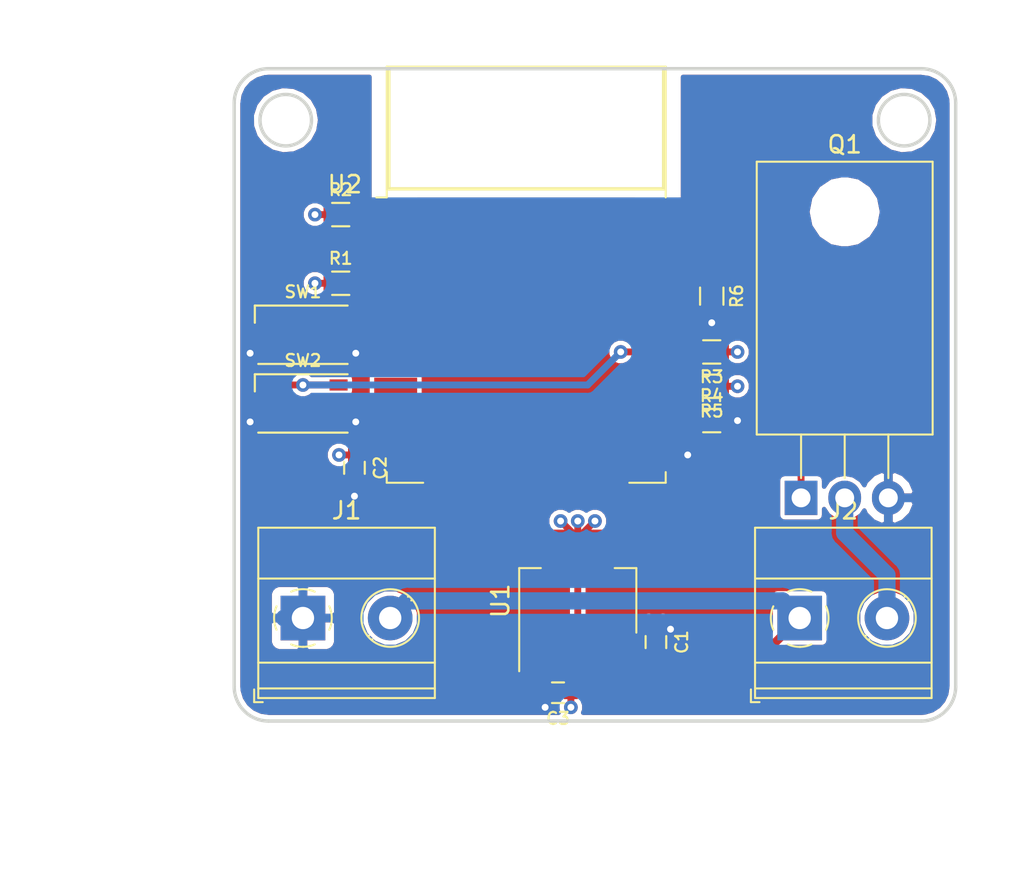
<source format=kicad_pcb>
(kicad_pcb (version 20171130) (host pcbnew 5.0.2-bee76a0~70~ubuntu18.04.1)

  (general
    (thickness 1.6)
    (drawings 17)
    (tracks 80)
    (zones 0)
    (modules 16)
    (nets 11)
  )

  (page A4)
  (layers
    (0 F.Cu signal)
    (1 GND.Cu signal)
    (2 VCC.Cu signal)
    (31 B.Cu signal)
    (32 B.Adhes user)
    (33 F.Adhes user)
    (34 B.Paste user)
    (35 F.Paste user)
    (36 B.SilkS user)
    (37 F.SilkS user)
    (38 B.Mask user)
    (39 F.Mask user)
    (40 Dwgs.User user)
    (41 Cmts.User user)
    (42 Eco1.User user)
    (43 Eco2.User user)
    (44 Edge.Cuts user)
    (45 Margin user)
    (46 B.CrtYd user)
    (47 F.CrtYd user)
    (48 B.Fab user)
    (49 F.Fab user)
  )

  (setup
    (last_trace_width 0.4)
    (trace_clearance 0.2)
    (zone_clearance 0.508)
    (zone_45_only no)
    (trace_min 0.2)
    (segment_width 0.2)
    (edge_width 0.2)
    (via_size 0.8)
    (via_drill 0.4)
    (via_min_size 0.4)
    (via_min_drill 0.3)
    (uvia_size 0.3)
    (uvia_drill 0.1)
    (uvias_allowed no)
    (uvia_min_size 0.2)
    (uvia_min_drill 0.1)
    (pcb_text_width 0.3)
    (pcb_text_size 1.5 1.5)
    (mod_edge_width 0.15)
    (mod_text_size 1 1)
    (mod_text_width 0.15)
    (pad_size 1.524 1.524)
    (pad_drill 0.762)
    (pad_to_mask_clearance 0.051)
    (solder_mask_min_width 0.25)
    (aux_axis_origin 0 0)
    (visible_elements FFFFFF7F)
    (pcbplotparams
      (layerselection 0x010fc_ffffffff)
      (usegerberextensions false)
      (usegerberattributes false)
      (usegerberadvancedattributes false)
      (creategerberjobfile false)
      (excludeedgelayer true)
      (linewidth 0.100000)
      (plotframeref false)
      (viasonmask false)
      (mode 1)
      (useauxorigin false)
      (hpglpennumber 1)
      (hpglpenspeed 20)
      (hpglpendiameter 15.000000)
      (psnegative false)
      (psa4output false)
      (plotreference true)
      (plotvalue true)
      (plotinvisibletext false)
      (padsonsilk false)
      (subtractmaskfromsilk false)
      (outputformat 1)
      (mirror false)
      (drillshape 1)
      (scaleselection 1)
      (outputdirectory ""))
  )

  (net 0 "")
  (net 1 +12V)
  (net 2 GND)
  (net 3 +3.3V)
  (net 4 /PWM)
  (net 5 "Net-(J2-Pad2)")
  (net 6 /EN)
  (net 7 /~RST)
  (net 8 "Net-(R4-Pad1)")
  (net 9 "Net-(R5-Pad2)")
  (net 10 /GPIO0)

  (net_class Default "This is the default net class."
    (clearance 0.2)
    (trace_width 0.4)
    (via_dia 0.8)
    (via_drill 0.4)
    (uvia_dia 0.3)
    (uvia_drill 0.1)
    (add_net +3.3V)
    (add_net /EN)
    (add_net /GPIO0)
    (add_net /PWM)
    (add_net /~RST)
    (add_net GND)
    (add_net "Net-(J2-Pad2)")
    (add_net "Net-(R4-Pad1)")
    (add_net "Net-(R5-Pad2)")
  )

  (net_class Power ""
    (clearance 0.2)
    (trace_width 1)
    (via_dia 0.8)
    (via_drill 0.4)
    (uvia_dia 0.3)
    (uvia_drill 0.1)
    (add_net +12V)
  )

  (module DVB_Capacitors_Ceramic:C_0603 (layer F.Cu) (tedit 58AA844E) (tstamp 5D6AA789)
    (at 145.55 117.4 270)
    (descr "Capacitor SMD 0603, reflow soldering, AVX (see smccp.pdf)")
    (tags "capacitor 0603")
    (path /5D6B1B10)
    (attr smd)
    (fp_text reference C1 (at 0 -1.5 270) (layer F.SilkS)
      (effects (font (size 0.7 0.7) (thickness 0.127)))
    )
    (fp_text value C_0003 (at 0 1.5 270) (layer F.Fab)
      (effects (font (size 0.7 0.7) (thickness 0.127)))
    )
    (fp_line (start 1.4 0.65) (end -1.4 0.65) (layer F.CrtYd) (width 0.05))
    (fp_line (start 1.4 0.65) (end 1.4 -0.65) (layer F.CrtYd) (width 0.05))
    (fp_line (start -1.4 -0.65) (end -1.4 0.65) (layer F.CrtYd) (width 0.05))
    (fp_line (start -1.4 -0.65) (end 1.4 -0.65) (layer F.CrtYd) (width 0.05))
    (fp_line (start 0.35 0.6) (end -0.35 0.6) (layer F.SilkS) (width 0.127))
    (fp_line (start -0.35 -0.6) (end 0.35 -0.6) (layer F.SilkS) (width 0.127))
    (fp_line (start -0.8 -0.4) (end 0.8 -0.4) (layer F.Fab) (width 0.1))
    (fp_line (start 0.8 -0.4) (end 0.8 0.4) (layer F.Fab) (width 0.1))
    (fp_line (start 0.8 0.4) (end -0.8 0.4) (layer F.Fab) (width 0.1))
    (fp_line (start -0.8 0.4) (end -0.8 -0.4) (layer F.Fab) (width 0.1))
    (fp_text user %R (at 0 -1.5 270) (layer F.Fab)
      (effects (font (size 0.7 0.7) (thickness 0.127)))
    )
    (pad 2 smd rect (at 0.75 0 270) (size 0.8 0.75) (layers F.Cu F.Paste F.Mask)
      (net 1 +12V))
    (pad 1 smd rect (at -0.75 0 270) (size 0.8 0.75) (layers F.Cu F.Paste F.Mask)
      (net 2 GND))
    (model ${DVB_3D}/DVB_Capacitors.3dshapes/C_0603.wrl
      (at (xyz 0 0 0))
      (scale (xyz 1 1 1))
      (rotate (xyz 0 0 0))
    )
  )

  (module DVB_Capacitors_Ceramic:C_0603 (layer F.Cu) (tedit 58AA844E) (tstamp 5D6AA79A)
    (at 128 107.25 270)
    (descr "Capacitor SMD 0603, reflow soldering, AVX (see smccp.pdf)")
    (tags "capacitor 0603")
    (path /5D6B2D5F)
    (attr smd)
    (fp_text reference C2 (at 0 -1.5 270) (layer F.SilkS)
      (effects (font (size 0.7 0.7) (thickness 0.127)))
    )
    (fp_text value C_0029 (at 0 1.5 270) (layer F.Fab)
      (effects (font (size 0.7 0.7) (thickness 0.127)))
    )
    (fp_text user %R (at 0 -1.5 270) (layer F.Fab)
      (effects (font (size 0.7 0.7) (thickness 0.127)))
    )
    (fp_line (start -0.8 0.4) (end -0.8 -0.4) (layer F.Fab) (width 0.1))
    (fp_line (start 0.8 0.4) (end -0.8 0.4) (layer F.Fab) (width 0.1))
    (fp_line (start 0.8 -0.4) (end 0.8 0.4) (layer F.Fab) (width 0.1))
    (fp_line (start -0.8 -0.4) (end 0.8 -0.4) (layer F.Fab) (width 0.1))
    (fp_line (start -0.35 -0.6) (end 0.35 -0.6) (layer F.SilkS) (width 0.127))
    (fp_line (start 0.35 0.6) (end -0.35 0.6) (layer F.SilkS) (width 0.127))
    (fp_line (start -1.4 -0.65) (end 1.4 -0.65) (layer F.CrtYd) (width 0.05))
    (fp_line (start -1.4 -0.65) (end -1.4 0.65) (layer F.CrtYd) (width 0.05))
    (fp_line (start 1.4 0.65) (end 1.4 -0.65) (layer F.CrtYd) (width 0.05))
    (fp_line (start 1.4 0.65) (end -1.4 0.65) (layer F.CrtYd) (width 0.05))
    (pad 1 smd rect (at -0.75 0 270) (size 0.8 0.75) (layers F.Cu F.Paste F.Mask)
      (net 3 +3.3V))
    (pad 2 smd rect (at 0.75 0 270) (size 0.8 0.75) (layers F.Cu F.Paste F.Mask)
      (net 2 GND))
    (model ${DVB_3D}/DVB_Capacitors.3dshapes/C_0603.wrl
      (at (xyz 0 0 0))
      (scale (xyz 1 1 1))
      (rotate (xyz 0 0 0))
    )
  )

  (module DVB_Capacitors_Ceramic:C_0603 (layer F.Cu) (tedit 58AA844E) (tstamp 5D6AA7AB)
    (at 139.85 120.35 180)
    (descr "Capacitor SMD 0603, reflow soldering, AVX (see smccp.pdf)")
    (tags "capacitor 0603")
    (path /5D6B1A54)
    (attr smd)
    (fp_text reference C3 (at 0 -1.5 180) (layer F.SilkS)
      (effects (font (size 0.7 0.7) (thickness 0.127)))
    )
    (fp_text value C_0003 (at 0 1.5 180) (layer F.Fab)
      (effects (font (size 0.7 0.7) (thickness 0.127)))
    )
    (fp_text user %R (at 0 -1.5 180) (layer F.Fab)
      (effects (font (size 0.7 0.7) (thickness 0.127)))
    )
    (fp_line (start -0.8 0.4) (end -0.8 -0.4) (layer F.Fab) (width 0.1))
    (fp_line (start 0.8 0.4) (end -0.8 0.4) (layer F.Fab) (width 0.1))
    (fp_line (start 0.8 -0.4) (end 0.8 0.4) (layer F.Fab) (width 0.1))
    (fp_line (start -0.8 -0.4) (end 0.8 -0.4) (layer F.Fab) (width 0.1))
    (fp_line (start -0.35 -0.6) (end 0.35 -0.6) (layer F.SilkS) (width 0.127))
    (fp_line (start 0.35 0.6) (end -0.35 0.6) (layer F.SilkS) (width 0.127))
    (fp_line (start -1.4 -0.65) (end 1.4 -0.65) (layer F.CrtYd) (width 0.05))
    (fp_line (start -1.4 -0.65) (end -1.4 0.65) (layer F.CrtYd) (width 0.05))
    (fp_line (start 1.4 0.65) (end 1.4 -0.65) (layer F.CrtYd) (width 0.05))
    (fp_line (start 1.4 0.65) (end -1.4 0.65) (layer F.CrtYd) (width 0.05))
    (pad 1 smd rect (at -0.75 0 180) (size 0.8 0.75) (layers F.Cu F.Paste F.Mask)
      (net 3 +3.3V))
    (pad 2 smd rect (at 0.75 0 180) (size 0.8 0.75) (layers F.Cu F.Paste F.Mask)
      (net 2 GND))
    (model ${DVB_3D}/DVB_Capacitors.3dshapes/C_0603.wrl
      (at (xyz 0 0 0))
      (scale (xyz 1 1 1))
      (rotate (xyz 0 0 0))
    )
  )

  (module DVB_Resistors:R_0603 (layer F.Cu) (tedit 58E3B95D) (tstamp 5D6AA7D6)
    (at 127.2 96.5)
    (descr "Resistor SMD 0603, reflow soldering, Vishay (see dcrcw.pdf)")
    (tags "resistor 0603")
    (path /5D6AE70B)
    (attr smd)
    (fp_text reference R1 (at 0 -1.45) (layer F.SilkS)
      (effects (font (size 0.7 0.7) (thickness 0.127)))
    )
    (fp_text value R_0065 (at 0 1.5) (layer F.Fab)
      (effects (font (size 0.7 0.7) (thickness 0.127)))
    )
    (fp_line (start 1.25 0.7) (end -1.25 0.7) (layer F.CrtYd) (width 0.05))
    (fp_line (start 1.25 0.7) (end 1.25 -0.7) (layer F.CrtYd) (width 0.05))
    (fp_line (start -1.25 -0.7) (end -1.25 0.7) (layer F.CrtYd) (width 0.05))
    (fp_line (start -1.25 -0.7) (end 1.25 -0.7) (layer F.CrtYd) (width 0.05))
    (fp_line (start -0.5 -0.68) (end 0.5 -0.68) (layer F.SilkS) (width 0.127))
    (fp_line (start 0.5 0.68) (end -0.5 0.68) (layer F.SilkS) (width 0.127))
    (fp_line (start -0.8 -0.4) (end 0.8 -0.4) (layer F.Fab) (width 0.1))
    (fp_line (start 0.8 -0.4) (end 0.8 0.4) (layer F.Fab) (width 0.1))
    (fp_line (start 0.8 0.4) (end -0.8 0.4) (layer F.Fab) (width 0.1))
    (fp_line (start -0.8 0.4) (end -0.8 -0.4) (layer F.Fab) (width 0.1))
    (fp_text user %R (at 0 -1.45) (layer F.Fab)
      (effects (font (size 0.7 0.7) (thickness 0.127)))
    )
    (pad 2 smd rect (at 0.75 0) (size 0.5 0.9) (layers F.Cu F.Paste F.Mask)
      (net 6 /EN))
    (pad 1 smd rect (at -0.75 0) (size 0.5 0.9) (layers F.Cu F.Paste F.Mask)
      (net 3 +3.3V))
    (model ${DVB_3D}/DVB_Resistors_SMD.3dshapes/R_0603.wrl
      (at (xyz 0 0 0))
      (scale (xyz 1 1 1))
      (rotate (xyz 0 0 0))
    )
  )

  (module DVB_Resistors:R_0603 (layer F.Cu) (tedit 58E3B95D) (tstamp 5D6AA7E7)
    (at 127.2 92.5)
    (descr "Resistor SMD 0603, reflow soldering, Vishay (see dcrcw.pdf)")
    (tags "resistor 0603")
    (path /5D6AE69F)
    (attr smd)
    (fp_text reference R2 (at 0 -1.45) (layer F.SilkS)
      (effects (font (size 0.7 0.7) (thickness 0.127)))
    )
    (fp_text value R_0065 (at 0 1.5) (layer F.Fab)
      (effects (font (size 0.7 0.7) (thickness 0.127)))
    )
    (fp_text user %R (at 0 -1.45) (layer F.Fab)
      (effects (font (size 0.7 0.7) (thickness 0.127)))
    )
    (fp_line (start -0.8 0.4) (end -0.8 -0.4) (layer F.Fab) (width 0.1))
    (fp_line (start 0.8 0.4) (end -0.8 0.4) (layer F.Fab) (width 0.1))
    (fp_line (start 0.8 -0.4) (end 0.8 0.4) (layer F.Fab) (width 0.1))
    (fp_line (start -0.8 -0.4) (end 0.8 -0.4) (layer F.Fab) (width 0.1))
    (fp_line (start 0.5 0.68) (end -0.5 0.68) (layer F.SilkS) (width 0.127))
    (fp_line (start -0.5 -0.68) (end 0.5 -0.68) (layer F.SilkS) (width 0.127))
    (fp_line (start -1.25 -0.7) (end 1.25 -0.7) (layer F.CrtYd) (width 0.05))
    (fp_line (start -1.25 -0.7) (end -1.25 0.7) (layer F.CrtYd) (width 0.05))
    (fp_line (start 1.25 0.7) (end 1.25 -0.7) (layer F.CrtYd) (width 0.05))
    (fp_line (start 1.25 0.7) (end -1.25 0.7) (layer F.CrtYd) (width 0.05))
    (pad 1 smd rect (at -0.75 0) (size 0.5 0.9) (layers F.Cu F.Paste F.Mask)
      (net 3 +3.3V))
    (pad 2 smd rect (at 0.75 0) (size 0.5 0.9) (layers F.Cu F.Paste F.Mask)
      (net 7 /~RST))
    (model ${DVB_3D}/DVB_Resistors_SMD.3dshapes/R_0603.wrl
      (at (xyz 0 0 0))
      (scale (xyz 1 1 1))
      (rotate (xyz 0 0 0))
    )
  )

  (module DVB_Resistors:R_0603 (layer F.Cu) (tedit 58E3B95D) (tstamp 5D6AA7F8)
    (at 148.8 100.5 180)
    (descr "Resistor SMD 0603, reflow soldering, Vishay (see dcrcw.pdf)")
    (tags "resistor 0603")
    (path /5D6AE4C7)
    (attr smd)
    (fp_text reference R3 (at 0 -1.45 180) (layer F.SilkS)
      (effects (font (size 0.7 0.7) (thickness 0.127)))
    )
    (fp_text value R_0065 (at 0 1.5 180) (layer F.Fab)
      (effects (font (size 0.7 0.7) (thickness 0.127)))
    )
    (fp_text user %R (at 0 -1.45 180) (layer F.Fab)
      (effects (font (size 0.7 0.7) (thickness 0.127)))
    )
    (fp_line (start -0.8 0.4) (end -0.8 -0.4) (layer F.Fab) (width 0.1))
    (fp_line (start 0.8 0.4) (end -0.8 0.4) (layer F.Fab) (width 0.1))
    (fp_line (start 0.8 -0.4) (end 0.8 0.4) (layer F.Fab) (width 0.1))
    (fp_line (start -0.8 -0.4) (end 0.8 -0.4) (layer F.Fab) (width 0.1))
    (fp_line (start 0.5 0.68) (end -0.5 0.68) (layer F.SilkS) (width 0.127))
    (fp_line (start -0.5 -0.68) (end 0.5 -0.68) (layer F.SilkS) (width 0.127))
    (fp_line (start -1.25 -0.7) (end 1.25 -0.7) (layer F.CrtYd) (width 0.05))
    (fp_line (start -1.25 -0.7) (end -1.25 0.7) (layer F.CrtYd) (width 0.05))
    (fp_line (start 1.25 0.7) (end 1.25 -0.7) (layer F.CrtYd) (width 0.05))
    (fp_line (start 1.25 0.7) (end -1.25 0.7) (layer F.CrtYd) (width 0.05))
    (pad 1 smd rect (at -0.75 0 180) (size 0.5 0.9) (layers F.Cu F.Paste F.Mask)
      (net 3 +3.3V))
    (pad 2 smd rect (at 0.75 0 180) (size 0.5 0.9) (layers F.Cu F.Paste F.Mask)
      (net 10 /GPIO0))
    (model ${DVB_3D}/DVB_Resistors_SMD.3dshapes/R_0603.wrl
      (at (xyz 0 0 0))
      (scale (xyz 1 1 1))
      (rotate (xyz 0 0 0))
    )
  )

  (module DVB_Resistors:R_0603 (layer F.Cu) (tedit 58E3B95D) (tstamp 5D6AA809)
    (at 148.8 104.5)
    (descr "Resistor SMD 0603, reflow soldering, Vishay (see dcrcw.pdf)")
    (tags "resistor 0603")
    (path /5D6AEA88)
    (attr smd)
    (fp_text reference R4 (at 0 -1.45) (layer F.SilkS)
      (effects (font (size 0.7 0.7) (thickness 0.127)))
    )
    (fp_text value R_0065 (at 0 1.5) (layer F.Fab)
      (effects (font (size 0.7 0.7) (thickness 0.127)))
    )
    (fp_text user %R (at 0 -1.45) (layer F.Fab)
      (effects (font (size 0.7 0.7) (thickness 0.127)))
    )
    (fp_line (start -0.8 0.4) (end -0.8 -0.4) (layer F.Fab) (width 0.1))
    (fp_line (start 0.8 0.4) (end -0.8 0.4) (layer F.Fab) (width 0.1))
    (fp_line (start 0.8 -0.4) (end 0.8 0.4) (layer F.Fab) (width 0.1))
    (fp_line (start -0.8 -0.4) (end 0.8 -0.4) (layer F.Fab) (width 0.1))
    (fp_line (start 0.5 0.68) (end -0.5 0.68) (layer F.SilkS) (width 0.127))
    (fp_line (start -0.5 -0.68) (end 0.5 -0.68) (layer F.SilkS) (width 0.127))
    (fp_line (start -1.25 -0.7) (end 1.25 -0.7) (layer F.CrtYd) (width 0.05))
    (fp_line (start -1.25 -0.7) (end -1.25 0.7) (layer F.CrtYd) (width 0.05))
    (fp_line (start 1.25 0.7) (end 1.25 -0.7) (layer F.CrtYd) (width 0.05))
    (fp_line (start 1.25 0.7) (end -1.25 0.7) (layer F.CrtYd) (width 0.05))
    (pad 1 smd rect (at -0.75 0) (size 0.5 0.9) (layers F.Cu F.Paste F.Mask)
      (net 8 "Net-(R4-Pad1)"))
    (pad 2 smd rect (at 0.75 0) (size 0.5 0.9) (layers F.Cu F.Paste F.Mask)
      (net 2 GND))
    (model ${DVB_3D}/DVB_Resistors_SMD.3dshapes/R_0603.wrl
      (at (xyz 0 0 0))
      (scale (xyz 1 1 1))
      (rotate (xyz 0 0 0))
    )
  )

  (module DVB_Resistors:R_0603 (layer F.Cu) (tedit 58E3B95D) (tstamp 5D6AA81A)
    (at 148.8 102.5 180)
    (descr "Resistor SMD 0603, reflow soldering, Vishay (see dcrcw.pdf)")
    (tags "resistor 0603")
    (path /5D6AE559)
    (attr smd)
    (fp_text reference R5 (at 0 -1.45 180) (layer F.SilkS)
      (effects (font (size 0.7 0.7) (thickness 0.127)))
    )
    (fp_text value R_0065 (at 0 1.5 180) (layer F.Fab)
      (effects (font (size 0.7 0.7) (thickness 0.127)))
    )
    (fp_line (start 1.25 0.7) (end -1.25 0.7) (layer F.CrtYd) (width 0.05))
    (fp_line (start 1.25 0.7) (end 1.25 -0.7) (layer F.CrtYd) (width 0.05))
    (fp_line (start -1.25 -0.7) (end -1.25 0.7) (layer F.CrtYd) (width 0.05))
    (fp_line (start -1.25 -0.7) (end 1.25 -0.7) (layer F.CrtYd) (width 0.05))
    (fp_line (start -0.5 -0.68) (end 0.5 -0.68) (layer F.SilkS) (width 0.127))
    (fp_line (start 0.5 0.68) (end -0.5 0.68) (layer F.SilkS) (width 0.127))
    (fp_line (start -0.8 -0.4) (end 0.8 -0.4) (layer F.Fab) (width 0.1))
    (fp_line (start 0.8 -0.4) (end 0.8 0.4) (layer F.Fab) (width 0.1))
    (fp_line (start 0.8 0.4) (end -0.8 0.4) (layer F.Fab) (width 0.1))
    (fp_line (start -0.8 0.4) (end -0.8 -0.4) (layer F.Fab) (width 0.1))
    (fp_text user %R (at 0 -1.45 180) (layer F.Fab)
      (effects (font (size 0.7 0.7) (thickness 0.127)))
    )
    (pad 2 smd rect (at 0.75 0 180) (size 0.5 0.9) (layers F.Cu F.Paste F.Mask)
      (net 9 "Net-(R5-Pad2)"))
    (pad 1 smd rect (at -0.75 0 180) (size 0.5 0.9) (layers F.Cu F.Paste F.Mask)
      (net 3 +3.3V))
    (model ${DVB_3D}/DVB_Resistors_SMD.3dshapes/R_0603.wrl
      (at (xyz 0 0 0))
      (scale (xyz 1 1 1))
      (rotate (xyz 0 0 0))
    )
  )

  (module DVB_Resistors:R_0603 (layer F.Cu) (tedit 58E3B95D) (tstamp 5D6AA82B)
    (at 148.8 97.25 270)
    (descr "Resistor SMD 0603, reflow soldering, Vishay (see dcrcw.pdf)")
    (tags "resistor 0603")
    (path /5D6B046B)
    (attr smd)
    (fp_text reference R6 (at 0 -1.45 270) (layer F.SilkS)
      (effects (font (size 0.7 0.7) (thickness 0.127)))
    )
    (fp_text value R_0065 (at 0 1.5 270) (layer F.Fab)
      (effects (font (size 0.7 0.7) (thickness 0.127)))
    )
    (fp_line (start 1.25 0.7) (end -1.25 0.7) (layer F.CrtYd) (width 0.05))
    (fp_line (start 1.25 0.7) (end 1.25 -0.7) (layer F.CrtYd) (width 0.05))
    (fp_line (start -1.25 -0.7) (end -1.25 0.7) (layer F.CrtYd) (width 0.05))
    (fp_line (start -1.25 -0.7) (end 1.25 -0.7) (layer F.CrtYd) (width 0.05))
    (fp_line (start -0.5 -0.68) (end 0.5 -0.68) (layer F.SilkS) (width 0.127))
    (fp_line (start 0.5 0.68) (end -0.5 0.68) (layer F.SilkS) (width 0.127))
    (fp_line (start -0.8 -0.4) (end 0.8 -0.4) (layer F.Fab) (width 0.1))
    (fp_line (start 0.8 -0.4) (end 0.8 0.4) (layer F.Fab) (width 0.1))
    (fp_line (start 0.8 0.4) (end -0.8 0.4) (layer F.Fab) (width 0.1))
    (fp_line (start -0.8 0.4) (end -0.8 -0.4) (layer F.Fab) (width 0.1))
    (fp_text user %R (at 0 -1.45 270) (layer F.Fab)
      (effects (font (size 0.7 0.7) (thickness 0.127)))
    )
    (pad 2 smd rect (at 0.75 0 270) (size 0.5 0.9) (layers F.Cu F.Paste F.Mask)
      (net 2 GND))
    (pad 1 smd rect (at -0.75 0 270) (size 0.5 0.9) (layers F.Cu F.Paste F.Mask)
      (net 4 /PWM))
    (model ${DVB_3D}/DVB_Resistors_SMD.3dshapes/R_0603.wrl
      (at (xyz 0 0 0))
      (scale (xyz 1 1 1))
      (rotate (xyz 0 0 0))
    )
  )

  (module RF_Module:ESP-12E (layer F.Cu) (tedit 5A030172) (tstamp 5D6AA866)
    (at 138 96)
    (descr "Wi-Fi Module, http://wiki.ai-thinker.com/_media/esp8266/docs/aithinker_esp_12f_datasheet_en.pdf")
    (tags "Wi-Fi Module")
    (path /5D6AE324)
    (attr smd)
    (fp_text reference U2 (at -10.56 -5.26) (layer F.SilkS)
      (effects (font (size 1 1) (thickness 0.15)))
    )
    (fp_text value ESP-12E (at -0.06 -12.78) (layer F.Fab)
      (effects (font (size 1 1) (thickness 0.15)))
    )
    (fp_text user Antenna (at -0.06 -7 180) (layer Cmts.User)
      (effects (font (size 1 1) (thickness 0.15)))
    )
    (fp_text user "KEEP-OUT ZONE" (at 0.03 -9.55 180) (layer Cmts.User)
      (effects (font (size 1 1) (thickness 0.15)))
    )
    (fp_text user %R (at 0.49 -0.8) (layer F.Fab)
      (effects (font (size 1 1) (thickness 0.15)))
    )
    (fp_line (start -8 -12) (end 8 -12) (layer F.Fab) (width 0.12))
    (fp_line (start 8 -12) (end 8 12) (layer F.Fab) (width 0.12))
    (fp_line (start 8 12) (end -8 12) (layer F.Fab) (width 0.12))
    (fp_line (start -8 12) (end -8 -3) (layer F.Fab) (width 0.12))
    (fp_line (start -8 -3) (end -7.5 -3.5) (layer F.Fab) (width 0.12))
    (fp_line (start -7.5 -3.5) (end -8 -4) (layer F.Fab) (width 0.12))
    (fp_line (start -8 -4) (end -8 -12) (layer F.Fab) (width 0.12))
    (fp_line (start -9.05 -12.2) (end 9.05 -12.2) (layer F.CrtYd) (width 0.05))
    (fp_line (start 9.05 -12.2) (end 9.05 13.1) (layer F.CrtYd) (width 0.05))
    (fp_line (start 9.05 13.1) (end -9.05 13.1) (layer F.CrtYd) (width 0.05))
    (fp_line (start -9.05 13.1) (end -9.05 -12.2) (layer F.CrtYd) (width 0.05))
    (fp_line (start -8.12 -12.12) (end 8.12 -12.12) (layer F.SilkS) (width 0.12))
    (fp_line (start 8.12 -12.12) (end 8.12 -4.5) (layer F.SilkS) (width 0.12))
    (fp_line (start 8.12 11.5) (end 8.12 12.12) (layer F.SilkS) (width 0.12))
    (fp_line (start 8.12 12.12) (end 6 12.12) (layer F.SilkS) (width 0.12))
    (fp_line (start -6 12.12) (end -8.12 12.12) (layer F.SilkS) (width 0.12))
    (fp_line (start -8.12 12.12) (end -8.12 11.5) (layer F.SilkS) (width 0.12))
    (fp_line (start -8.12 -4.5) (end -8.12 -12.12) (layer F.SilkS) (width 0.12))
    (fp_line (start -8.12 -4.5) (end -8.73 -4.5) (layer F.SilkS) (width 0.12))
    (fp_line (start -8.12 -12.12) (end 8.12 -12.12) (layer Dwgs.User) (width 0.12))
    (fp_line (start 8.12 -12.12) (end 8.12 -4.8) (layer Dwgs.User) (width 0.12))
    (fp_line (start 8.12 -4.8) (end -8.12 -4.8) (layer Dwgs.User) (width 0.12))
    (fp_line (start -8.12 -4.8) (end -8.12 -12.12) (layer Dwgs.User) (width 0.12))
    (fp_line (start -8.12 -9.12) (end -5.12 -12.12) (layer Dwgs.User) (width 0.12))
    (fp_line (start -8.12 -6.12) (end -2.12 -12.12) (layer Dwgs.User) (width 0.12))
    (fp_line (start -6.44 -4.8) (end 0.88 -12.12) (layer Dwgs.User) (width 0.12))
    (fp_line (start -3.44 -4.8) (end 3.88 -12.12) (layer Dwgs.User) (width 0.12))
    (fp_line (start -0.44 -4.8) (end 6.88 -12.12) (layer Dwgs.User) (width 0.12))
    (fp_line (start 2.56 -4.8) (end 8.12 -10.36) (layer Dwgs.User) (width 0.12))
    (fp_line (start 5.56 -4.8) (end 8.12 -7.36) (layer Dwgs.User) (width 0.12))
    (pad 1 smd rect (at -7.6 -3.5) (size 2.5 1) (layers F.Cu F.Paste F.Mask)
      (net 7 /~RST))
    (pad 2 smd rect (at -7.6 -1.5) (size 2.5 1) (layers F.Cu F.Paste F.Mask))
    (pad 3 smd rect (at -7.6 0.5) (size 2.5 1) (layers F.Cu F.Paste F.Mask)
      (net 6 /EN))
    (pad 4 smd rect (at -7.6 2.5) (size 2.5 1) (layers F.Cu F.Paste F.Mask))
    (pad 5 smd rect (at -7.6 4.5) (size 2.5 1) (layers F.Cu F.Paste F.Mask))
    (pad 6 smd rect (at -7.6 6.5) (size 2.5 1) (layers F.Cu F.Paste F.Mask))
    (pad 7 smd rect (at -7.6 8.5) (size 2.5 1) (layers F.Cu F.Paste F.Mask))
    (pad 8 smd rect (at -7.6 10.5) (size 2.5 1) (layers F.Cu F.Paste F.Mask)
      (net 3 +3.3V))
    (pad 9 smd rect (at -5 12) (size 1 1.8) (layers F.Cu F.Paste F.Mask))
    (pad 10 smd rect (at -3 12) (size 1 1.8) (layers F.Cu F.Paste F.Mask))
    (pad 11 smd rect (at -1 12) (size 1 1.8) (layers F.Cu F.Paste F.Mask))
    (pad 12 smd rect (at 1 12) (size 1 1.8) (layers F.Cu F.Paste F.Mask))
    (pad 13 smd rect (at 3 12) (size 1 1.8) (layers F.Cu F.Paste F.Mask))
    (pad 14 smd rect (at 5 12) (size 1 1.8) (layers F.Cu F.Paste F.Mask))
    (pad 15 smd rect (at 7.6 10.5) (size 2.5 1) (layers F.Cu F.Paste F.Mask)
      (net 2 GND))
    (pad 16 smd rect (at 7.6 8.5) (size 2.5 1) (layers F.Cu F.Paste F.Mask)
      (net 8 "Net-(R4-Pad1)"))
    (pad 17 smd rect (at 7.6 6.5) (size 2.5 1) (layers F.Cu F.Paste F.Mask)
      (net 9 "Net-(R5-Pad2)"))
    (pad 18 smd rect (at 7.6 4.5) (size 2.5 1) (layers F.Cu F.Paste F.Mask)
      (net 10 /GPIO0))
    (pad 19 smd rect (at 7.6 2.5) (size 2.5 1) (layers F.Cu F.Paste F.Mask))
    (pad 20 smd rect (at 7.6 0.5) (size 2.5 1) (layers F.Cu F.Paste F.Mask)
      (net 4 /PWM))
    (pad 21 smd rect (at 7.6 -1.5) (size 2.5 1) (layers F.Cu F.Paste F.Mask))
    (pad 22 smd rect (at 7.6 -3.5) (size 2.5 1) (layers F.Cu F.Paste F.Mask))
    (model ${KIPRJMOD}/3D/RFModules/STEP_Wi-Fi_ESP-12-E.wrl
      (at (xyz 0 0 0))
      (scale (xyz 1 1 1))
      (rotate (xyz 0 0 0))
    )
  )

  (module TerminalBlock_Phoenix:TerminalBlock_Phoenix_MKDS-1,5-2-5.08_1x02_P5.08mm_Horizontal (layer F.Cu) (tedit 5B294EBC) (tstamp 5D6B4A3D)
    (at 125 116)
    (descr "Terminal Block Phoenix MKDS-1,5-2-5.08, 2 pins, pitch 5.08mm, size 10.2x9.8mm^2, drill diamater 1.3mm, pad diameter 2.6mm, see http://www.farnell.com/datasheets/100425.pdf, script-generated using https://github.com/pointhi/kicad-footprint-generator/scripts/TerminalBlock_Phoenix")
    (tags "THT Terminal Block Phoenix MKDS-1,5-2-5.08 pitch 5.08mm size 10.2x9.8mm^2 drill 1.3mm pad 2.6mm")
    (path /5D6B0FB9)
    (fp_text reference J1 (at 2.54 -6.26) (layer F.SilkS)
      (effects (font (size 1 1) (thickness 0.15)))
    )
    (fp_text value Screw_Terminal_01x02 (at 2.54 5.66) (layer F.Fab)
      (effects (font (size 1 1) (thickness 0.15)))
    )
    (fp_text user %R (at 2.54 3.2) (layer F.Fab)
      (effects (font (size 1 1) (thickness 0.15)))
    )
    (fp_line (start 8.13 -5.71) (end -3.04 -5.71) (layer F.CrtYd) (width 0.05))
    (fp_line (start 8.13 5.1) (end 8.13 -5.71) (layer F.CrtYd) (width 0.05))
    (fp_line (start -3.04 5.1) (end 8.13 5.1) (layer F.CrtYd) (width 0.05))
    (fp_line (start -3.04 -5.71) (end -3.04 5.1) (layer F.CrtYd) (width 0.05))
    (fp_line (start -2.84 4.9) (end -2.34 4.9) (layer F.SilkS) (width 0.12))
    (fp_line (start -2.84 4.16) (end -2.84 4.9) (layer F.SilkS) (width 0.12))
    (fp_line (start 3.853 1.023) (end 3.806 1.069) (layer F.SilkS) (width 0.12))
    (fp_line (start 6.15 -1.275) (end 6.115 -1.239) (layer F.SilkS) (width 0.12))
    (fp_line (start 4.046 1.239) (end 4.011 1.274) (layer F.SilkS) (width 0.12))
    (fp_line (start 6.355 -1.069) (end 6.308 -1.023) (layer F.SilkS) (width 0.12))
    (fp_line (start 6.035 -1.138) (end 3.943 0.955) (layer F.Fab) (width 0.1))
    (fp_line (start 6.218 -0.955) (end 4.126 1.138) (layer F.Fab) (width 0.1))
    (fp_line (start 0.955 -1.138) (end -1.138 0.955) (layer F.Fab) (width 0.1))
    (fp_line (start 1.138 -0.955) (end -0.955 1.138) (layer F.Fab) (width 0.1))
    (fp_line (start 7.68 -5.261) (end 7.68 4.66) (layer F.SilkS) (width 0.12))
    (fp_line (start -2.6 -5.261) (end -2.6 4.66) (layer F.SilkS) (width 0.12))
    (fp_line (start -2.6 4.66) (end 7.68 4.66) (layer F.SilkS) (width 0.12))
    (fp_line (start -2.6 -5.261) (end 7.68 -5.261) (layer F.SilkS) (width 0.12))
    (fp_line (start -2.6 -2.301) (end 7.68 -2.301) (layer F.SilkS) (width 0.12))
    (fp_line (start -2.54 -2.3) (end 7.62 -2.3) (layer F.Fab) (width 0.1))
    (fp_line (start -2.6 2.6) (end 7.68 2.6) (layer F.SilkS) (width 0.12))
    (fp_line (start -2.54 2.6) (end 7.62 2.6) (layer F.Fab) (width 0.1))
    (fp_line (start -2.6 4.1) (end 7.68 4.1) (layer F.SilkS) (width 0.12))
    (fp_line (start -2.54 4.1) (end 7.62 4.1) (layer F.Fab) (width 0.1))
    (fp_line (start -2.54 4.1) (end -2.54 -5.2) (layer F.Fab) (width 0.1))
    (fp_line (start -2.04 4.6) (end -2.54 4.1) (layer F.Fab) (width 0.1))
    (fp_line (start 7.62 4.6) (end -2.04 4.6) (layer F.Fab) (width 0.1))
    (fp_line (start 7.62 -5.2) (end 7.62 4.6) (layer F.Fab) (width 0.1))
    (fp_line (start -2.54 -5.2) (end 7.62 -5.2) (layer F.Fab) (width 0.1))
    (fp_circle (center 5.08 0) (end 6.76 0) (layer F.SilkS) (width 0.12))
    (fp_circle (center 5.08 0) (end 6.58 0) (layer F.Fab) (width 0.1))
    (fp_circle (center 0 0) (end 1.5 0) (layer F.Fab) (width 0.1))
    (fp_arc (start 0 0) (end -0.684 1.535) (angle -25) (layer F.SilkS) (width 0.12))
    (fp_arc (start 0 0) (end -1.535 -0.684) (angle -48) (layer F.SilkS) (width 0.12))
    (fp_arc (start 0 0) (end 0.684 -1.535) (angle -48) (layer F.SilkS) (width 0.12))
    (fp_arc (start 0 0) (end 1.535 0.684) (angle -48) (layer F.SilkS) (width 0.12))
    (fp_arc (start 0 0) (end 0 1.68) (angle -24) (layer F.SilkS) (width 0.12))
    (pad 2 thru_hole circle (at 5.08 0) (size 2.6 2.6) (drill 1.3) (layers *.Cu *.Mask)
      (net 1 +12V))
    (pad 1 thru_hole rect (at 0 0) (size 2.6 2.6) (drill 1.3) (layers *.Cu *.Mask)
      (net 2 GND))
    (model ${KIPRJMOD}/3D/terminalBlock/TE_1776244_2_cp.wrl
      (at (xyz 0 0 0))
      (scale (xyz 1 1 1))
      (rotate (xyz 0 0 0))
    )
  )

  (module TerminalBlock_Phoenix:TerminalBlock_Phoenix_MKDS-1,5-2-5.08_1x02_P5.08mm_Horizontal (layer F.Cu) (tedit 5B294EBC) (tstamp 5D6B4A69)
    (at 153.92 116)
    (descr "Terminal Block Phoenix MKDS-1,5-2-5.08, 2 pins, pitch 5.08mm, size 10.2x9.8mm^2, drill diamater 1.3mm, pad diameter 2.6mm, see http://www.farnell.com/datasheets/100425.pdf, script-generated using https://github.com/pointhi/kicad-footprint-generator/scripts/TerminalBlock_Phoenix")
    (tags "THT Terminal Block Phoenix MKDS-1,5-2-5.08 pitch 5.08mm size 10.2x9.8mm^2 drill 1.3mm pad 2.6mm")
    (path /5D6B0B47)
    (fp_text reference J2 (at 2.54 -6.26) (layer F.SilkS)
      (effects (font (size 1 1) (thickness 0.15)))
    )
    (fp_text value Screw_Terminal_01x02 (at 2.54 5.66) (layer F.Fab)
      (effects (font (size 1 1) (thickness 0.15)))
    )
    (fp_arc (start 0 0) (end 0 1.68) (angle -24) (layer F.SilkS) (width 0.12))
    (fp_arc (start 0 0) (end 1.535 0.684) (angle -48) (layer F.SilkS) (width 0.12))
    (fp_arc (start 0 0) (end 0.684 -1.535) (angle -48) (layer F.SilkS) (width 0.12))
    (fp_arc (start 0 0) (end -1.535 -0.684) (angle -48) (layer F.SilkS) (width 0.12))
    (fp_arc (start 0 0) (end -0.684 1.535) (angle -25) (layer F.SilkS) (width 0.12))
    (fp_circle (center 0 0) (end 1.5 0) (layer F.Fab) (width 0.1))
    (fp_circle (center 5.08 0) (end 6.58 0) (layer F.Fab) (width 0.1))
    (fp_circle (center 5.08 0) (end 6.76 0) (layer F.SilkS) (width 0.12))
    (fp_line (start -2.54 -5.2) (end 7.62 -5.2) (layer F.Fab) (width 0.1))
    (fp_line (start 7.62 -5.2) (end 7.62 4.6) (layer F.Fab) (width 0.1))
    (fp_line (start 7.62 4.6) (end -2.04 4.6) (layer F.Fab) (width 0.1))
    (fp_line (start -2.04 4.6) (end -2.54 4.1) (layer F.Fab) (width 0.1))
    (fp_line (start -2.54 4.1) (end -2.54 -5.2) (layer F.Fab) (width 0.1))
    (fp_line (start -2.54 4.1) (end 7.62 4.1) (layer F.Fab) (width 0.1))
    (fp_line (start -2.6 4.1) (end 7.68 4.1) (layer F.SilkS) (width 0.12))
    (fp_line (start -2.54 2.6) (end 7.62 2.6) (layer F.Fab) (width 0.1))
    (fp_line (start -2.6 2.6) (end 7.68 2.6) (layer F.SilkS) (width 0.12))
    (fp_line (start -2.54 -2.3) (end 7.62 -2.3) (layer F.Fab) (width 0.1))
    (fp_line (start -2.6 -2.301) (end 7.68 -2.301) (layer F.SilkS) (width 0.12))
    (fp_line (start -2.6 -5.261) (end 7.68 -5.261) (layer F.SilkS) (width 0.12))
    (fp_line (start -2.6 4.66) (end 7.68 4.66) (layer F.SilkS) (width 0.12))
    (fp_line (start -2.6 -5.261) (end -2.6 4.66) (layer F.SilkS) (width 0.12))
    (fp_line (start 7.68 -5.261) (end 7.68 4.66) (layer F.SilkS) (width 0.12))
    (fp_line (start 1.138 -0.955) (end -0.955 1.138) (layer F.Fab) (width 0.1))
    (fp_line (start 0.955 -1.138) (end -1.138 0.955) (layer F.Fab) (width 0.1))
    (fp_line (start 6.218 -0.955) (end 4.126 1.138) (layer F.Fab) (width 0.1))
    (fp_line (start 6.035 -1.138) (end 3.943 0.955) (layer F.Fab) (width 0.1))
    (fp_line (start 6.355 -1.069) (end 6.308 -1.023) (layer F.SilkS) (width 0.12))
    (fp_line (start 4.046 1.239) (end 4.011 1.274) (layer F.SilkS) (width 0.12))
    (fp_line (start 6.15 -1.275) (end 6.115 -1.239) (layer F.SilkS) (width 0.12))
    (fp_line (start 3.853 1.023) (end 3.806 1.069) (layer F.SilkS) (width 0.12))
    (fp_line (start -2.84 4.16) (end -2.84 4.9) (layer F.SilkS) (width 0.12))
    (fp_line (start -2.84 4.9) (end -2.34 4.9) (layer F.SilkS) (width 0.12))
    (fp_line (start -3.04 -5.71) (end -3.04 5.1) (layer F.CrtYd) (width 0.05))
    (fp_line (start -3.04 5.1) (end 8.13 5.1) (layer F.CrtYd) (width 0.05))
    (fp_line (start 8.13 5.1) (end 8.13 -5.71) (layer F.CrtYd) (width 0.05))
    (fp_line (start 8.13 -5.71) (end -3.04 -5.71) (layer F.CrtYd) (width 0.05))
    (fp_text user %R (at 2.54 3.2) (layer F.Fab)
      (effects (font (size 1 1) (thickness 0.15)))
    )
    (pad 1 thru_hole rect (at 0 0) (size 2.6 2.6) (drill 1.3) (layers *.Cu *.Mask)
      (net 1 +12V))
    (pad 2 thru_hole circle (at 5.08 0) (size 2.6 2.6) (drill 1.3) (layers *.Cu *.Mask)
      (net 5 "Net-(J2-Pad2)"))
    (model ${KIPRJMOD}/3D/terminalBlock/TE_1776244_2_cp.wrl
      (at (xyz 0 0 0))
      (scale (xyz 1 1 1))
      (rotate (xyz 0 0 0))
    )
  )

  (module Package_TO_SOT_THT:TO-220-3_Horizontal_TabDown (layer F.Cu) (tedit 5AC8BA0D) (tstamp 5D6C503F)
    (at 154 109)
    (descr "TO-220-3, Horizontal, RM 2.54mm, see https://www.vishay.com/docs/66542/to-220-1.pdf")
    (tags "TO-220-3 Horizontal RM 2.54mm")
    (path /5D6B01E6)
    (fp_text reference Q1 (at 2.54 -20.58) (layer F.SilkS)
      (effects (font (size 1 1) (thickness 0.15)))
    )
    (fp_text value IRLZ44N (at 2.54 2) (layer F.Fab)
      (effects (font (size 1 1) (thickness 0.15)))
    )
    (fp_circle (center 2.54 -16.66) (end 4.39 -16.66) (layer F.Fab) (width 0.1))
    (fp_line (start -2.46 -13.06) (end -2.46 -19.46) (layer F.Fab) (width 0.1))
    (fp_line (start -2.46 -19.46) (end 7.54 -19.46) (layer F.Fab) (width 0.1))
    (fp_line (start 7.54 -19.46) (end 7.54 -13.06) (layer F.Fab) (width 0.1))
    (fp_line (start 7.54 -13.06) (end -2.46 -13.06) (layer F.Fab) (width 0.1))
    (fp_line (start -2.46 -3.81) (end -2.46 -13.06) (layer F.Fab) (width 0.1))
    (fp_line (start -2.46 -13.06) (end 7.54 -13.06) (layer F.Fab) (width 0.1))
    (fp_line (start 7.54 -13.06) (end 7.54 -3.81) (layer F.Fab) (width 0.1))
    (fp_line (start 7.54 -3.81) (end -2.46 -3.81) (layer F.Fab) (width 0.1))
    (fp_line (start 0 -3.81) (end 0 0) (layer F.Fab) (width 0.1))
    (fp_line (start 2.54 -3.81) (end 2.54 0) (layer F.Fab) (width 0.1))
    (fp_line (start 5.08 -3.81) (end 5.08 0) (layer F.Fab) (width 0.1))
    (fp_line (start -2.58 -3.69) (end 7.66 -3.69) (layer F.SilkS) (width 0.12))
    (fp_line (start -2.58 -19.58) (end 7.66 -19.58) (layer F.SilkS) (width 0.12))
    (fp_line (start -2.58 -19.58) (end -2.58 -3.69) (layer F.SilkS) (width 0.12))
    (fp_line (start 7.66 -19.58) (end 7.66 -3.69) (layer F.SilkS) (width 0.12))
    (fp_line (start 0 -3.69) (end 0 -1.15) (layer F.SilkS) (width 0.12))
    (fp_line (start 2.54 -3.69) (end 2.54 -1.15) (layer F.SilkS) (width 0.12))
    (fp_line (start 5.08 -3.69) (end 5.08 -1.15) (layer F.SilkS) (width 0.12))
    (fp_line (start -2.71 -19.71) (end -2.71 1.25) (layer F.CrtYd) (width 0.05))
    (fp_line (start -2.71 1.25) (end 7.79 1.25) (layer F.CrtYd) (width 0.05))
    (fp_line (start 7.79 1.25) (end 7.79 -19.71) (layer F.CrtYd) (width 0.05))
    (fp_line (start 7.79 -19.71) (end -2.71 -19.71) (layer F.CrtYd) (width 0.05))
    (fp_text user %R (at 2.54 -20.58) (layer F.Fab)
      (effects (font (size 1 1) (thickness 0.15)))
    )
    (pad "" np_thru_hole oval (at 2.54 -16.66) (size 3.5 3.5) (drill 3.5) (layers *.Cu *.Mask))
    (pad 1 thru_hole rect (at 0 0) (size 1.905 2) (drill 1.1) (layers *.Cu *.Mask)
      (net 4 /PWM))
    (pad 2 thru_hole oval (at 2.54 0) (size 1.905 2) (drill 1.1) (layers *.Cu *.Mask)
      (net 5 "Net-(J2-Pad2)"))
    (pad 3 thru_hole oval (at 5.08 0) (size 1.905 2) (drill 1.1) (layers *.Cu *.Mask)
      (net 2 GND))
    (model ${KISYS3DMOD}/Package_TO_SOT_THT.3dshapes/TO-220-3_Horizontal_TabDown.wrl
      (at (xyz 0 0 0))
      (scale (xyz 1 1 1))
      (rotate (xyz 0 0 0))
    )
  )

  (module Package_TO_SOT_SMD:SOT-223-3_TabPin2 (layer F.Cu) (tedit 5A02FF57) (tstamp 5D6C60DF)
    (at 141 115 90)
    (descr "module CMS SOT223 4 pins")
    (tags "CMS SOT")
    (path /5D6B140F)
    (attr smd)
    (fp_text reference U1 (at 0 -4.5 90) (layer F.SilkS)
      (effects (font (size 1 1) (thickness 0.15)))
    )
    (fp_text value AZ1117-3.3 (at 0 4.5 90) (layer F.Fab)
      (effects (font (size 1 1) (thickness 0.15)))
    )
    (fp_text user %R (at 0 0 180) (layer F.Fab)
      (effects (font (size 0.8 0.8) (thickness 0.12)))
    )
    (fp_line (start 1.91 3.41) (end 1.91 2.15) (layer F.SilkS) (width 0.12))
    (fp_line (start 1.91 -3.41) (end 1.91 -2.15) (layer F.SilkS) (width 0.12))
    (fp_line (start 4.4 -3.6) (end -4.4 -3.6) (layer F.CrtYd) (width 0.05))
    (fp_line (start 4.4 3.6) (end 4.4 -3.6) (layer F.CrtYd) (width 0.05))
    (fp_line (start -4.4 3.6) (end 4.4 3.6) (layer F.CrtYd) (width 0.05))
    (fp_line (start -4.4 -3.6) (end -4.4 3.6) (layer F.CrtYd) (width 0.05))
    (fp_line (start -1.85 -2.35) (end -0.85 -3.35) (layer F.Fab) (width 0.1))
    (fp_line (start -1.85 -2.35) (end -1.85 3.35) (layer F.Fab) (width 0.1))
    (fp_line (start -1.85 3.41) (end 1.91 3.41) (layer F.SilkS) (width 0.12))
    (fp_line (start -0.85 -3.35) (end 1.85 -3.35) (layer F.Fab) (width 0.1))
    (fp_line (start -4.1 -3.41) (end 1.91 -3.41) (layer F.SilkS) (width 0.12))
    (fp_line (start -1.85 3.35) (end 1.85 3.35) (layer F.Fab) (width 0.1))
    (fp_line (start 1.85 -3.35) (end 1.85 3.35) (layer F.Fab) (width 0.1))
    (pad 2 smd rect (at 3.15 0 90) (size 2 3.8) (layers F.Cu F.Paste F.Mask)
      (net 3 +3.3V))
    (pad 2 smd rect (at -3.15 0 90) (size 2 1.5) (layers F.Cu F.Paste F.Mask)
      (net 3 +3.3V))
    (pad 3 smd rect (at -3.15 2.3 90) (size 2 1.5) (layers F.Cu F.Paste F.Mask)
      (net 1 +12V))
    (pad 1 smd rect (at -3.15 -2.3 90) (size 2 1.5) (layers F.Cu F.Paste F.Mask)
      (net 2 GND))
    (model ${KISYS3DMOD}/Package_TO_SOT_SMD.3dshapes/SOT-223.wrl
      (at (xyz 0 0 0))
      (scale (xyz 1 1 1))
      (rotate (xyz 0 0 0))
    )
  )

  (module DVB_Buttons:PTS810 (layer F.Cu) (tedit 5C7D3688) (tstamp 5D6C6BFD)
    (at 125 99.5)
    (path /5D6B44AD)
    (attr smd)
    (fp_text reference SW1 (at 0 -2.5) (layer F.SilkS)
      (effects (font (size 0.7 0.7) (thickness 0.127)))
    )
    (fp_text value SW_0003 (at 0 0.9) (layer F.Fab)
      (effects (font (size 0.7 0.7) (thickness 0.127)))
    )
    (fp_text user %R (at 0 0) (layer F.Fab)
      (effects (font (size 0.7 0.7) (thickness 0.127)))
    )
    (fp_line (start -2.1 1.6) (end -2.1 -0.6) (layer F.Fab) (width 0.1))
    (fp_line (start 2.1 1.6) (end -2.1 1.6) (layer F.Fab) (width 0.1))
    (fp_line (start 2.1 -1.6) (end 2.1 1.6) (layer F.Fab) (width 0.1))
    (fp_line (start -1.1 -1.6) (end 2.1 -1.6) (layer F.Fab) (width 0.1))
    (fp_line (start 2.6 -1.7) (end -2.8 -1.7) (layer F.SilkS) (width 0.127))
    (fp_line (start 2.6 1.7) (end -2.6 1.7) (layer F.SilkS) (width 0.127))
    (fp_line (start -1.1 -1.6) (end -2.1 -0.6) (layer F.Fab) (width 0.1))
    (fp_line (start -2.8 -1.7) (end -2.8 -0.7) (layer F.SilkS) (width 0.127))
    (fp_line (start -3 -2) (end 3 -2) (layer F.CrtYd) (width 0.05))
    (fp_line (start 3 -2) (end 3 2) (layer F.CrtYd) (width 0.05))
    (fp_line (start 3 2) (end -3 2) (layer F.CrtYd) (width 0.05))
    (fp_line (start -3 2) (end -3 -2) (layer F.CrtYd) (width 0.05))
    (pad 1 smd rect (at -2.075 -1.075) (size 1.05 0.65) (layers F.Cu F.Paste F.Mask)
      (net 7 /~RST))
    (pad 2 smd rect (at 2.075 -1.075) (size 1.05 0.65) (layers F.Cu F.Paste F.Mask)
      (net 7 /~RST))
    (pad 3 smd rect (at -2.075 1.075) (size 1.05 0.65) (layers F.Cu F.Paste F.Mask)
      (net 2 GND))
    (pad 4 smd rect (at 2.075 1.075) (size 1.05 0.65) (layers F.Cu F.Paste F.Mask)
      (net 2 GND))
    (model ${DVB_3D}/DVB_Buttons.3dshapes/PTS810.wrl
      (at (xyz 0 0 0))
      (scale (xyz 1 1 1))
      (rotate (xyz 0 0 0))
    )
  )

  (module DVB_Buttons:PTS810 (layer F.Cu) (tedit 5C7D3688) (tstamp 5D6C6C12)
    (at 125 103.5)
    (path /5D6B4557)
    (attr smd)
    (fp_text reference SW2 (at 0 -2.5) (layer F.SilkS)
      (effects (font (size 0.7 0.7) (thickness 0.127)))
    )
    (fp_text value SW_0003 (at 0 0.9) (layer F.Fab)
      (effects (font (size 0.7 0.7) (thickness 0.127)))
    )
    (fp_line (start -3 2) (end -3 -2) (layer F.CrtYd) (width 0.05))
    (fp_line (start 3 2) (end -3 2) (layer F.CrtYd) (width 0.05))
    (fp_line (start 3 -2) (end 3 2) (layer F.CrtYd) (width 0.05))
    (fp_line (start -3 -2) (end 3 -2) (layer F.CrtYd) (width 0.05))
    (fp_line (start -2.8 -1.7) (end -2.8 -0.7) (layer F.SilkS) (width 0.127))
    (fp_line (start -1.1 -1.6) (end -2.1 -0.6) (layer F.Fab) (width 0.1))
    (fp_line (start 2.6 1.7) (end -2.6 1.7) (layer F.SilkS) (width 0.127))
    (fp_line (start 2.6 -1.7) (end -2.8 -1.7) (layer F.SilkS) (width 0.127))
    (fp_line (start -1.1 -1.6) (end 2.1 -1.6) (layer F.Fab) (width 0.1))
    (fp_line (start 2.1 -1.6) (end 2.1 1.6) (layer F.Fab) (width 0.1))
    (fp_line (start 2.1 1.6) (end -2.1 1.6) (layer F.Fab) (width 0.1))
    (fp_line (start -2.1 1.6) (end -2.1 -0.6) (layer F.Fab) (width 0.1))
    (fp_text user %R (at 0 0) (layer F.Fab)
      (effects (font (size 0.7 0.7) (thickness 0.127)))
    )
    (pad 4 smd rect (at 2.075 1.075) (size 1.05 0.65) (layers F.Cu F.Paste F.Mask)
      (net 2 GND))
    (pad 3 smd rect (at -2.075 1.075) (size 1.05 0.65) (layers F.Cu F.Paste F.Mask)
      (net 2 GND))
    (pad 2 smd rect (at 2.075 -1.075) (size 1.05 0.65) (layers F.Cu F.Paste F.Mask)
      (net 10 /GPIO0))
    (pad 1 smd rect (at -2.075 -1.075) (size 1.05 0.65) (layers F.Cu F.Paste F.Mask)
      (net 10 /GPIO0))
    (model ${DVB_3D}/DVB_Buttons.3dshapes/PTS810.wrl
      (at (xyz 0 0 0))
      (scale (xyz 1 1 1))
      (rotate (xyz 0 0 0))
    )
  )

  (gr_line (start 130 91) (end 130 84) (layer F.SilkS) (width 0.2))
  (gr_line (start 146 91) (end 130 91) (layer F.SilkS) (width 0.2))
  (gr_line (start 146 84) (end 146 91) (layer F.SilkS) (width 0.2))
  (gr_text v1.0.0 (at 153 88) (layer F.Mask)
    (effects (font (size 1 1) (thickness 0.25)))
  )
  (gr_text "PWM LED" (at 153 86) (layer F.Mask)
    (effects (font (size 1 1) (thickness 0.25)))
  )
  (dimension 38 (width 0.3) (layer Dwgs.User)
    (gr_text "38,000 mm" (at 112.9 103 90) (layer Dwgs.User)
      (effects (font (size 1.5 1.5) (thickness 0.3)))
    )
    (feature1 (pts (xy 119 84) (xy 114.413579 84)))
    (feature2 (pts (xy 119 122) (xy 114.413579 122)))
    (crossbar (pts (xy 115 122) (xy 115 84)))
    (arrow1a (pts (xy 115 84) (xy 115.586421 85.126504)))
    (arrow1b (pts (xy 115 84) (xy 114.413579 85.126504)))
    (arrow2a (pts (xy 115 122) (xy 115.586421 120.873496)))
    (arrow2b (pts (xy 115 122) (xy 114.413579 120.873496)))
  )
  (dimension 42 (width 0.3) (layer Dwgs.User)
    (gr_text "42,000 mm" (at 142 133.1) (layer Dwgs.User)
      (effects (font (size 1.5 1.5) (thickness 0.3)))
    )
    (feature1 (pts (xy 163 128) (xy 163 131.586421)))
    (feature2 (pts (xy 121 128) (xy 121 131.586421)))
    (crossbar (pts (xy 121 131) (xy 163 131)))
    (arrow1a (pts (xy 163 131) (xy 161.873496 131.586421)))
    (arrow1b (pts (xy 163 131) (xy 161.873496 130.413579)))
    (arrow2a (pts (xy 121 131) (xy 122.126504 131.586421)))
    (arrow2b (pts (xy 121 131) (xy 122.126504 130.413579)))
  )
  (gr_circle (center 160 87) (end 161.5 87) (layer Edge.Cuts) (width 0.2) (tstamp 5D6C71F9))
  (gr_circle (center 124 87) (end 125.5 87) (layer Edge.Cuts) (width 0.2))
  (gr_arc (start 123.000001 120) (end 121 120) (angle -90) (layer Edge.Cuts) (width 0.2) (tstamp 5D6C705E))
  (gr_arc (start 160.999999 120) (end 160.999999 122.000001) (angle -90) (layer Edge.Cuts) (width 0.2) (tstamp 5D6C7045))
  (gr_arc (start 160.999999 86) (end 163 86) (angle -90) (layer Edge.Cuts) (width 0.2) (tstamp 5D6C7035))
  (gr_arc (start 123 86) (end 123 84) (angle -90) (layer Edge.Cuts) (width 0.2))
  (gr_line (start 121 120) (end 121 86) (layer Edge.Cuts) (width 0.2))
  (gr_line (start 161 122) (end 123 122) (layer Edge.Cuts) (width 0.2))
  (gr_line (start 163 86) (end 163 120) (layer Edge.Cuts) (width 0.2))
  (gr_line (start 123 84) (end 161 84) (layer Edge.Cuts) (width 0.2))

  (segment (start 143.3 118.15) (end 145.55 118.15) (width 0.5) (layer F.Cu) (net 1))
  (segment (start 151.77 118.15) (end 153.92 116) (width 0.5) (layer F.Cu) (net 1))
  (segment (start 145.55 118.15) (end 151.77 118.15) (width 0.5) (layer F.Cu) (net 1))
  (segment (start 152.92 115) (end 153.92 116) (width 1) (layer B.Cu) (net 1))
  (segment (start 130.08 116) (end 131.08 115) (width 1) (layer B.Cu) (net 1))
  (segment (start 131.08 115) (end 152.92 115) (width 1) (layer B.Cu) (net 1))
  (segment (start 124 116) (end 123.92 116) (width 1) (layer B.Cu) (net 2))
  (via (at 128 108.899994) (size 0.8) (drill 0.4) (layers F.Cu B.Cu) (net 2))
  (segment (start 128 108) (end 128 108.899994) (width 0.4) (layer F.Cu) (net 2))
  (via (at 147.4 106.5) (size 0.8) (drill 0.4) (layers F.Cu B.Cu) (net 2))
  (segment (start 145.6 106.5) (end 147.4 106.5) (width 0.4) (layer F.Cu) (net 2))
  (via (at 150.3 104.5) (size 0.8) (drill 0.4) (layers F.Cu B.Cu) (net 2))
  (segment (start 149.55 104.5) (end 150.3 104.5) (width 0.4) (layer F.Cu) (net 2))
  (via (at 148.8 98.8) (size 0.8) (drill 0.4) (layers F.Cu B.Cu) (net 2))
  (segment (start 148.8 98) (end 148.8 98.8) (width 0.4) (layer F.Cu) (net 2))
  (via (at 121.925 104.575) (size 0.8) (drill 0.4) (layers F.Cu B.Cu) (net 2))
  (segment (start 122.925 104.575) (end 121.925 104.575) (width 0.4) (layer F.Cu) (net 2))
  (via (at 128.075 104.575) (size 0.8) (drill 0.4) (layers F.Cu B.Cu) (net 2))
  (segment (start 127.075 104.575) (end 128.075 104.575) (width 0.4) (layer F.Cu) (net 2))
  (via (at 121.925 100.575) (size 0.8) (drill 0.4) (layers F.Cu B.Cu) (net 2))
  (segment (start 122.925 100.575) (end 121.925 100.575) (width 0.4) (layer F.Cu) (net 2))
  (via (at 128.075 100.575) (size 0.8) (drill 0.4) (layers F.Cu B.Cu) (net 2))
  (segment (start 127.075 100.575) (end 128.075 100.575) (width 0.4) (layer F.Cu) (net 2))
  (segment (start 138.7 119.95) (end 139.1 120.35) (width 0.4) (layer F.Cu) (net 2))
  (segment (start 138.7 118.15) (end 138.7 119.95) (width 0.4) (layer F.Cu) (net 2))
  (via (at 139.1 121.2) (size 0.8) (drill 0.4) (layers F.Cu B.Cu) (net 2))
  (segment (start 139.1 120.35) (end 139.1 121.2) (width 0.4) (layer F.Cu) (net 2))
  (via (at 146.4 116.65) (size 0.8) (drill 0.4) (layers F.Cu B.Cu) (net 2))
  (segment (start 145.55 116.65) (end 146.4 116.65) (width 0.4) (layer F.Cu) (net 2))
  (segment (start 128 106.5) (end 130.4 106.5) (width 0.4) (layer F.Cu) (net 3))
  (segment (start 149.55 100.5) (end 149.55 102.5) (width 0.4) (layer F.Cu) (net 3))
  (via (at 125.7 92.5) (size 0.8) (drill 0.4) (layers F.Cu B.Cu) (net 3))
  (segment (start 126.45 92.5) (end 125.7 92.5) (width 0.4) (layer F.Cu) (net 3))
  (via (at 125.7 96.5) (size 0.8) (drill 0.4) (layers F.Cu B.Cu) (net 3))
  (segment (start 126.45 96.5) (end 125.7 96.5) (width 0.4) (layer F.Cu) (net 3))
  (via (at 127.1 106.5) (size 0.8) (drill 0.4) (layers F.Cu B.Cu) (net 3))
  (segment (start 128 106.5) (end 127.1 106.5) (width 0.4) (layer F.Cu) (net 3))
  (via (at 150.3 100.5) (size 0.8) (drill 0.4) (layers F.Cu B.Cu) (net 3))
  (segment (start 149.55 100.5) (end 150.3 100.5) (width 0.4) (layer F.Cu) (net 3))
  (via (at 150.3 102.5) (size 0.8) (drill 0.4) (layers F.Cu B.Cu) (net 3))
  (segment (start 149.55 102.5) (end 150.3 102.5) (width 0.4) (layer F.Cu) (net 3))
  (segment (start 141 119.95) (end 140.6 120.35) (width 0.4) (layer F.Cu) (net 3))
  (segment (start 141 118.15) (end 141 119.95) (width 0.4) (layer F.Cu) (net 3))
  (segment (start 141 118.15) (end 141 111.85) (width 0.4) (layer F.Cu) (net 3))
  (via (at 140.6 121.2) (size 0.8) (drill 0.4) (layers F.Cu B.Cu) (net 3))
  (segment (start 140.6 120.35) (end 140.6 121.2) (width 0.4) (layer F.Cu) (net 3))
  (via (at 141 110.35) (size 0.8) (drill 0.4) (layers F.Cu B.Cu) (net 3))
  (segment (start 141 111.85) (end 141 110.35) (width 0.4) (layer F.Cu) (net 3))
  (via (at 142 110.35) (size 0.8) (drill 0.4) (layers F.Cu B.Cu) (net 3))
  (segment (start 141 111.85) (end 141 111.35) (width 0.4) (layer F.Cu) (net 3))
  (segment (start 141 111.35) (end 142 110.35) (width 0.4) (layer F.Cu) (net 3))
  (via (at 140 110.35) (size 0.8) (drill 0.4) (layers F.Cu B.Cu) (net 3))
  (segment (start 141 111.35) (end 140 110.35) (width 0.4) (layer F.Cu) (net 3))
  (segment (start 145.6 96.5) (end 148.8 96.5) (width 0.4) (layer F.Cu) (net 4))
  (segment (start 154 107.75) (end 154 109) (width 0.4) (layer F.Cu) (net 4))
  (segment (start 150.5 96.5) (end 154 100) (width 0.4) (layer F.Cu) (net 4))
  (segment (start 148.8 96.5) (end 150.5 96.5) (width 0.4) (layer F.Cu) (net 4))
  (segment (start 154 100) (end 154 107.75) (width 0.4) (layer F.Cu) (net 4))
  (segment (start 159 113.5) (end 159 116) (width 1) (layer B.Cu) (net 5))
  (segment (start 156.54 109) (end 156.54 111.04) (width 1) (layer B.Cu) (net 5))
  (segment (start 156.54 111.04) (end 159 113.5) (width 1) (layer B.Cu) (net 5))
  (segment (start 127.95 96.5) (end 130.4 96.5) (width 0.4) (layer F.Cu) (net 6))
  (segment (start 127.95 92.5) (end 130.4 92.5) (width 0.4) (layer F.Cu) (net 7))
  (segment (start 123.85 98.425) (end 127.075 98.425) (width 0.4) (layer F.Cu) (net 7))
  (segment (start 122.925 98.425) (end 123.85 98.425) (width 0.4) (layer F.Cu) (net 7))
  (segment (start 127.95 93.55) (end 127.95 92.5) (width 0.4) (layer F.Cu) (net 7))
  (segment (start 124.5 95) (end 126.5 95) (width 0.4) (layer F.Cu) (net 7))
  (segment (start 126.5 95) (end 127.95 93.55) (width 0.4) (layer F.Cu) (net 7))
  (segment (start 122.925 98.425) (end 122.925 96.575) (width 0.4) (layer F.Cu) (net 7))
  (segment (start 122.925 96.575) (end 124.5 95) (width 0.4) (layer F.Cu) (net 7))
  (segment (start 148.05 100.5) (end 145.6 100.5) (width 0.4) (layer F.Cu) (net 10))
  (segment (start 148.05 104.5) (end 145.6 104.5) (width 0.4) (layer F.Cu) (net 8))
  (segment (start 145.6 102.5) (end 148.05 102.5) (width 0.4) (layer F.Cu) (net 9))
  (segment (start 125 102.425) (end 127.075 102.425) (width 0.4) (layer F.Cu) (net 10))
  (via (at 125 102.425) (size 0.8) (drill 0.4) (layers F.Cu B.Cu) (net 10))
  (segment (start 122.925 102.425) (end 125 102.425) (width 0.4) (layer F.Cu) (net 10))
  (via (at 143.5 100.5) (size 0.8) (drill 0.4) (layers F.Cu B.Cu) (net 10))
  (segment (start 145.6 100.5) (end 143.5 100.5) (width 0.4) (layer F.Cu) (net 10))
  (segment (start 141.575 102.425) (end 125 102.425) (width 0.4) (layer B.Cu) (net 10))
  (segment (start 143.5 100.5) (end 141.575 102.425) (width 0.4) (layer B.Cu) (net 10))

  (zone (net 2) (net_name GND) (layer F.Cu) (tstamp 0) (hatch edge 0.508)
    (connect_pads (clearance 0.254))
    (min_thickness 0.254)
    (fill yes (arc_segments 16) (thermal_gap 0.508) (thermal_bridge_width 0.508))
    (polygon
      (pts
        (xy 120 83) (xy 164 83) (xy 164 123) (xy 120 123)
      )
    )
    (filled_polygon
      (pts
        (xy 128.873 91.5) (xy 128.882667 91.548601) (xy 128.910197 91.589803) (xy 128.951399 91.617333) (xy 129 91.627)
        (xy 129.072257 91.627) (xy 129.001341 91.641106) (xy 128.875314 91.725314) (xy 128.791106 91.851341) (xy 128.777648 91.919)
        (xy 128.562407 91.919) (xy 128.558894 91.901341) (xy 128.474686 91.775314) (xy 128.348659 91.691106) (xy 128.2 91.661536)
        (xy 127.7 91.661536) (xy 127.551341 91.691106) (xy 127.425314 91.775314) (xy 127.341106 91.901341) (xy 127.311536 92.05)
        (xy 127.311536 92.95) (xy 127.341106 93.098659) (xy 127.369 93.140406) (xy 127.369 93.309342) (xy 126.259343 94.419)
        (xy 124.557216 94.419) (xy 124.499999 94.407619) (xy 124.442782 94.419) (xy 124.442778 94.419) (xy 124.273305 94.45271)
        (xy 124.081123 94.581123) (xy 124.04871 94.629632) (xy 122.554633 96.12371) (xy 122.506124 96.156123) (xy 122.473711 96.204632)
        (xy 122.473709 96.204634) (xy 122.37771 96.348306) (xy 122.332619 96.575) (xy 122.344001 96.632222) (xy 122.344 97.722675)
        (xy 122.251341 97.741106) (xy 122.125314 97.825314) (xy 122.041106 97.951341) (xy 122.011536 98.1) (xy 122.011536 98.75)
        (xy 122.041106 98.898659) (xy 122.125314 99.024686) (xy 122.251341 99.108894) (xy 122.4 99.138464) (xy 123.45 99.138464)
        (xy 123.598659 99.108894) (xy 123.724686 99.024686) (xy 123.737172 99.006) (xy 126.262828 99.006) (xy 126.275314 99.024686)
        (xy 126.401341 99.108894) (xy 126.55 99.138464) (xy 127.6 99.138464) (xy 127.748659 99.108894) (xy 127.874686 99.024686)
        (xy 127.958894 98.898659) (xy 127.988464 98.75) (xy 127.988464 98.1) (xy 127.968573 98) (xy 128.761536 98)
        (xy 128.761536 99) (xy 128.791106 99.148659) (xy 128.875314 99.274686) (xy 129.001341 99.358894) (xy 129.15 99.388464)
        (xy 131.65 99.388464) (xy 131.798659 99.358894) (xy 131.924686 99.274686) (xy 132.008894 99.148659) (xy 132.038464 99)
        (xy 132.038464 98) (xy 143.961536 98) (xy 143.961536 99) (xy 143.991106 99.148659) (xy 144.075314 99.274686)
        (xy 144.201341 99.358894) (xy 144.35 99.388464) (xy 146.85 99.388464) (xy 146.998659 99.358894) (xy 147.124686 99.274686)
        (xy 147.208894 99.148659) (xy 147.238464 99) (xy 147.238464 98.28375) (xy 147.715 98.28375) (xy 147.715 98.376309)
        (xy 147.811673 98.609698) (xy 147.990301 98.788327) (xy 148.22369 98.885) (xy 148.51425 98.885) (xy 148.673 98.72625)
        (xy 148.673 98.125) (xy 148.927 98.125) (xy 148.927 98.72625) (xy 149.08575 98.885) (xy 149.37631 98.885)
        (xy 149.609699 98.788327) (xy 149.788327 98.609698) (xy 149.885 98.376309) (xy 149.885 98.28375) (xy 149.72625 98.125)
        (xy 148.927 98.125) (xy 148.673 98.125) (xy 147.87375 98.125) (xy 147.715 98.28375) (xy 147.238464 98.28375)
        (xy 147.238464 98) (xy 147.208894 97.851341) (xy 147.124686 97.725314) (xy 146.998659 97.641106) (xy 146.85 97.611536)
        (xy 144.35 97.611536) (xy 144.201341 97.641106) (xy 144.075314 97.725314) (xy 143.991106 97.851341) (xy 143.961536 98)
        (xy 132.038464 98) (xy 132.008894 97.851341) (xy 131.924686 97.725314) (xy 131.798659 97.641106) (xy 131.65 97.611536)
        (xy 129.15 97.611536) (xy 129.001341 97.641106) (xy 128.875314 97.725314) (xy 128.791106 97.851341) (xy 128.761536 98)
        (xy 127.968573 98) (xy 127.958894 97.951341) (xy 127.874686 97.825314) (xy 127.748659 97.741106) (xy 127.6 97.711536)
        (xy 126.55 97.711536) (xy 126.401341 97.741106) (xy 126.275314 97.825314) (xy 126.262828 97.844) (xy 123.737172 97.844)
        (xy 123.724686 97.825314) (xy 123.598659 97.741106) (xy 123.506 97.722675) (xy 123.506 96.815657) (xy 123.977008 96.344649)
        (xy 124.919 96.344649) (xy 124.919 96.655351) (xy 125.0379 96.942401) (xy 125.257599 97.1621) (xy 125.544649 97.281)
        (xy 125.855351 97.281) (xy 125.950568 97.24156) (xy 126.051341 97.308894) (xy 126.2 97.338464) (xy 126.7 97.338464)
        (xy 126.848659 97.308894) (xy 126.974686 97.224686) (xy 127.058894 97.098659) (xy 127.088464 96.95) (xy 127.088464 96.05)
        (xy 127.311536 96.05) (xy 127.311536 96.95) (xy 127.341106 97.098659) (xy 127.425314 97.224686) (xy 127.551341 97.308894)
        (xy 127.7 97.338464) (xy 128.2 97.338464) (xy 128.348659 97.308894) (xy 128.474686 97.224686) (xy 128.558894 97.098659)
        (xy 128.562407 97.081) (xy 128.777648 97.081) (xy 128.791106 97.148659) (xy 128.875314 97.274686) (xy 129.001341 97.358894)
        (xy 129.15 97.388464) (xy 131.65 97.388464) (xy 131.798659 97.358894) (xy 131.924686 97.274686) (xy 132.008894 97.148659)
        (xy 132.038464 97) (xy 132.038464 96) (xy 143.961536 96) (xy 143.961536 97) (xy 143.991106 97.148659)
        (xy 144.075314 97.274686) (xy 144.201341 97.358894) (xy 144.35 97.388464) (xy 146.85 97.388464) (xy 146.998659 97.358894)
        (xy 147.124686 97.274686) (xy 147.208894 97.148659) (xy 147.222352 97.081) (xy 148.159594 97.081) (xy 148.201341 97.108894)
        (xy 148.232038 97.115) (xy 148.22369 97.115) (xy 147.990301 97.211673) (xy 147.811673 97.390302) (xy 147.715 97.623691)
        (xy 147.715 97.71625) (xy 147.87375 97.875) (xy 148.673 97.875) (xy 148.673 97.853) (xy 148.927 97.853)
        (xy 148.927 97.875) (xy 149.72625 97.875) (xy 149.885 97.71625) (xy 149.885 97.623691) (xy 149.788327 97.390302)
        (xy 149.609699 97.211673) (xy 149.37631 97.115) (xy 149.367962 97.115) (xy 149.398659 97.108894) (xy 149.440406 97.081)
        (xy 150.259343 97.081) (xy 153.419 100.240658) (xy 153.419001 107.611536) (xy 153.0475 107.611536) (xy 152.898841 107.641106)
        (xy 152.772814 107.725314) (xy 152.688606 107.851341) (xy 152.659036 108) (xy 152.659036 110) (xy 152.688606 110.148659)
        (xy 152.772814 110.274686) (xy 152.898841 110.358894) (xy 153.0475 110.388464) (xy 154.9525 110.388464) (xy 155.101159 110.358894)
        (xy 155.227186 110.274686) (xy 155.311394 110.148659) (xy 155.340964 110) (xy 155.340964 109.653251) (xy 155.578602 110.008899)
        (xy 156.019695 110.303629) (xy 156.54 110.407124) (xy 157.060306 110.303629) (xy 157.501399 110.008899) (xy 157.682835 109.737362)
        (xy 157.770682 109.943091) (xy 158.213076 110.375973) (xy 158.70702 110.590563) (xy 158.953 110.470594) (xy 158.953 109.127)
        (xy 159.207 109.127) (xy 159.207 110.470594) (xy 159.45298 110.590563) (xy 159.946924 110.375973) (xy 160.389318 109.943091)
        (xy 160.63238 109.373864) (xy 160.505572 109.127) (xy 159.207 109.127) (xy 158.953 109.127) (xy 158.933 109.127)
        (xy 158.933 108.873) (xy 158.953 108.873) (xy 158.953 107.529406) (xy 159.207 107.529406) (xy 159.207 108.873)
        (xy 160.505572 108.873) (xy 160.63238 108.626136) (xy 160.389318 108.056909) (xy 159.946924 107.624027) (xy 159.45298 107.409437)
        (xy 159.207 107.529406) (xy 158.953 107.529406) (xy 158.70702 107.409437) (xy 158.213076 107.624027) (xy 157.770682 108.056909)
        (xy 157.682835 108.262638) (xy 157.501398 107.991101) (xy 157.060305 107.696371) (xy 156.54 107.592876) (xy 156.019694 107.696371)
        (xy 155.578601 107.991102) (xy 155.340964 108.34675) (xy 155.340964 108) (xy 155.311394 107.851341) (xy 155.227186 107.725314)
        (xy 155.101159 107.641106) (xy 154.9525 107.611536) (xy 154.581 107.611536) (xy 154.581 100.057216) (xy 154.592381 99.999999)
        (xy 154.581 99.942782) (xy 154.581 99.942778) (xy 154.54729 99.773305) (xy 154.418877 99.581123) (xy 154.370369 99.548711)
        (xy 150.951292 96.129635) (xy 150.918877 96.081123) (xy 150.726695 95.95271) (xy 150.557222 95.919) (xy 150.557218 95.919)
        (xy 150.5 95.907619) (xy 150.442782 95.919) (xy 149.440406 95.919) (xy 149.398659 95.891106) (xy 149.25 95.861536)
        (xy 148.35 95.861536) (xy 148.201341 95.891106) (xy 148.159594 95.919) (xy 147.222352 95.919) (xy 147.208894 95.851341)
        (xy 147.124686 95.725314) (xy 146.998659 95.641106) (xy 146.85 95.611536) (xy 144.35 95.611536) (xy 144.201341 95.641106)
        (xy 144.075314 95.725314) (xy 143.991106 95.851341) (xy 143.961536 96) (xy 132.038464 96) (xy 132.008894 95.851341)
        (xy 131.924686 95.725314) (xy 131.798659 95.641106) (xy 131.65 95.611536) (xy 129.15 95.611536) (xy 129.001341 95.641106)
        (xy 128.875314 95.725314) (xy 128.791106 95.851341) (xy 128.777648 95.919) (xy 128.562407 95.919) (xy 128.558894 95.901341)
        (xy 128.474686 95.775314) (xy 128.348659 95.691106) (xy 128.2 95.661536) (xy 127.7 95.661536) (xy 127.551341 95.691106)
        (xy 127.425314 95.775314) (xy 127.341106 95.901341) (xy 127.311536 96.05) (xy 127.088464 96.05) (xy 127.058894 95.901341)
        (xy 126.974686 95.775314) (xy 126.848659 95.691106) (xy 126.7 95.661536) (xy 126.2 95.661536) (xy 126.051341 95.691106)
        (xy 125.950568 95.75844) (xy 125.855351 95.719) (xy 125.544649 95.719) (xy 125.257599 95.8379) (xy 125.0379 96.057599)
        (xy 124.919 96.344649) (xy 123.977008 96.344649) (xy 124.740658 95.581) (xy 126.442782 95.581) (xy 126.5 95.592381)
        (xy 126.557218 95.581) (xy 126.557222 95.581) (xy 126.726695 95.54729) (xy 126.918877 95.418877) (xy 126.951292 95.370365)
        (xy 128.320368 94.001289) (xy 128.322297 94) (xy 128.761536 94) (xy 128.761536 95) (xy 128.791106 95.148659)
        (xy 128.875314 95.274686) (xy 129.001341 95.358894) (xy 129.15 95.388464) (xy 131.65 95.388464) (xy 131.798659 95.358894)
        (xy 131.924686 95.274686) (xy 132.008894 95.148659) (xy 132.038464 95) (xy 132.038464 94) (xy 143.961536 94)
        (xy 143.961536 95) (xy 143.991106 95.148659) (xy 144.075314 95.274686) (xy 144.201341 95.358894) (xy 144.35 95.388464)
        (xy 146.85 95.388464) (xy 146.998659 95.358894) (xy 147.124686 95.274686) (xy 147.208894 95.148659) (xy 147.238464 95)
        (xy 147.238464 94) (xy 147.208894 93.851341) (xy 147.124686 93.725314) (xy 146.998659 93.641106) (xy 146.85 93.611536)
        (xy 144.35 93.611536) (xy 144.201341 93.641106) (xy 144.075314 93.725314) (xy 143.991106 93.851341) (xy 143.961536 94)
        (xy 132.038464 94) (xy 132.008894 93.851341) (xy 131.924686 93.725314) (xy 131.798659 93.641106) (xy 131.65 93.611536)
        (xy 129.15 93.611536) (xy 129.001341 93.641106) (xy 128.875314 93.725314) (xy 128.791106 93.851341) (xy 128.761536 94)
        (xy 128.322297 94) (xy 128.368877 93.968877) (xy 128.49729 93.776695) (xy 128.531 93.607222) (xy 128.531 93.607218)
        (xy 128.542381 93.55) (xy 128.531 93.492782) (xy 128.531 93.140406) (xy 128.558894 93.098659) (xy 128.562407 93.081)
        (xy 128.777648 93.081) (xy 128.791106 93.148659) (xy 128.875314 93.274686) (xy 129.001341 93.358894) (xy 129.15 93.388464)
        (xy 131.65 93.388464) (xy 131.798659 93.358894) (xy 131.924686 93.274686) (xy 132.008894 93.148659) (xy 132.038464 93)
        (xy 132.038464 92) (xy 132.008894 91.851341) (xy 131.924686 91.725314) (xy 131.798659 91.641106) (xy 131.727743 91.627)
        (xy 144.272257 91.627) (xy 144.201341 91.641106) (xy 144.075314 91.725314) (xy 143.991106 91.851341) (xy 143.961536 92)
        (xy 143.961536 93) (xy 143.991106 93.148659) (xy 144.075314 93.274686) (xy 144.201341 93.358894) (xy 144.35 93.388464)
        (xy 146.85 93.388464) (xy 146.998659 93.358894) (xy 147.124686 93.274686) (xy 147.208894 93.148659) (xy 147.238464 93)
        (xy 147.238464 92.34) (xy 154.367252 92.34) (xy 154.532643 93.171475) (xy 155.003635 93.876365) (xy 155.708525 94.347357)
        (xy 156.330119 94.471) (xy 156.749881 94.471) (xy 157.371475 94.347357) (xy 158.076365 93.876365) (xy 158.547357 93.171475)
        (xy 158.712748 92.34) (xy 158.547357 91.508525) (xy 158.076365 90.803635) (xy 157.371475 90.332643) (xy 156.749881 90.209)
        (xy 156.330119 90.209) (xy 155.708525 90.332643) (xy 155.003635 90.803635) (xy 154.532643 91.508525) (xy 154.367252 92.34)
        (xy 147.238464 92.34) (xy 147.238464 92) (xy 147.208894 91.851341) (xy 147.124686 91.725314) (xy 146.998659 91.641106)
        (xy 146.927743 91.627) (xy 147 91.627) (xy 147.048601 91.617333) (xy 147.089803 91.589803) (xy 147.117333 91.548601)
        (xy 147.127 91.5) (xy 147.127 86.686975) (xy 158.023636 86.686975) (xy 158.028796 87.34403) (xy 158.24651 87.963989)
        (xy 158.653302 88.480002) (xy 159.205307 88.836427) (xy 159.843003 88.994832) (xy 160.497628 88.938135) (xy 161.098595 88.672451)
        (xy 161.5811 88.226427) (xy 161.893117 87.648159) (xy 162.001 87) (xy 162.000753 86.96857) (xy 161.882702 86.322185)
        (xy 161.561641 85.748889) (xy 161.072189 85.3105) (xy 160.467124 85.054288) (xy 159.811689 85.007881) (xy 159.17656 85.176282)
        (xy 158.630221 85.541334) (xy 158.231585 86.063672) (xy 158.023636 86.686975) (xy 147.127 86.686975) (xy 147.127 84.481)
        (xy 160.965739 84.481) (xy 161.424955 84.546765) (xy 161.815748 84.724448) (xy 162.140965 85.004673) (xy 162.374459 85.36491)
        (xy 162.502227 85.792137) (xy 162.519 86.017843) (xy 162.519001 119.965726) (xy 162.453234 120.424957) (xy 162.275551 120.81575)
        (xy 161.995326 121.140966) (xy 161.63509 121.37446) (xy 161.207861 121.502228) (xy 160.98217 121.519) (xy 141.313214 121.519)
        (xy 141.381 121.355351) (xy 141.381 121.044649) (xy 141.328818 120.918671) (xy 141.358894 120.873659) (xy 141.388464 120.725)
        (xy 141.388464 120.389198) (xy 141.418877 120.368877) (xy 141.54729 120.176695) (xy 141.581 120.007222) (xy 141.581 120.007218)
        (xy 141.592381 119.950001) (xy 141.581 119.892784) (xy 141.581 119.538464) (xy 141.75 119.538464) (xy 141.898659 119.508894)
        (xy 142.024686 119.424686) (xy 142.108894 119.298659) (xy 142.138464 119.15) (xy 142.138464 117.15) (xy 142.161536 117.15)
        (xy 142.161536 119.15) (xy 142.191106 119.298659) (xy 142.275314 119.424686) (xy 142.401341 119.508894) (xy 142.55 119.538464)
        (xy 144.05 119.538464) (xy 144.198659 119.508894) (xy 144.324686 119.424686) (xy 144.408894 119.298659) (xy 144.438464 119.15)
        (xy 144.438464 118.781) (xy 144.871124 118.781) (xy 144.900314 118.824686) (xy 145.026341 118.908894) (xy 145.175 118.938464)
        (xy 145.925 118.938464) (xy 146.073659 118.908894) (xy 146.199686 118.824686) (xy 146.228876 118.781) (xy 151.707852 118.781)
        (xy 151.77 118.793362) (xy 151.832148 118.781) (xy 152.016204 118.744389) (xy 152.224926 118.604926) (xy 152.260132 118.552236)
        (xy 153.123904 117.688464) (xy 155.22 117.688464) (xy 155.368659 117.658894) (xy 155.494686 117.574686) (xy 155.578894 117.448659)
        (xy 155.608464 117.3) (xy 155.608464 115.665628) (xy 157.319 115.665628) (xy 157.319 116.334372) (xy 157.574917 116.95221)
        (xy 158.04779 117.425083) (xy 158.665628 117.681) (xy 159.334372 117.681) (xy 159.95221 117.425083) (xy 160.425083 116.95221)
        (xy 160.681 116.334372) (xy 160.681 115.665628) (xy 160.425083 115.04779) (xy 159.95221 114.574917) (xy 159.334372 114.319)
        (xy 158.665628 114.319) (xy 158.04779 114.574917) (xy 157.574917 115.04779) (xy 157.319 115.665628) (xy 155.608464 115.665628)
        (xy 155.608464 114.7) (xy 155.578894 114.551341) (xy 155.494686 114.425314) (xy 155.368659 114.341106) (xy 155.22 114.311536)
        (xy 152.62 114.311536) (xy 152.471341 114.341106) (xy 152.345314 114.425314) (xy 152.261106 114.551341) (xy 152.231536 114.7)
        (xy 152.231536 116.796096) (xy 151.508632 117.519) (xy 146.354026 117.519) (xy 146.463327 117.409698) (xy 146.56 117.176309)
        (xy 146.56 116.93575) (xy 146.40125 116.777) (xy 145.677 116.777) (xy 145.677 116.797) (xy 145.423 116.797)
        (xy 145.423 116.777) (xy 144.69875 116.777) (xy 144.54 116.93575) (xy 144.54 117.176309) (xy 144.636673 117.409698)
        (xy 144.745974 117.519) (xy 144.438464 117.519) (xy 144.438464 117.15) (xy 144.408894 117.001341) (xy 144.324686 116.875314)
        (xy 144.198659 116.791106) (xy 144.05 116.761536) (xy 142.55 116.761536) (xy 142.401341 116.791106) (xy 142.275314 116.875314)
        (xy 142.191106 117.001341) (xy 142.161536 117.15) (xy 142.138464 117.15) (xy 142.108894 117.001341) (xy 142.024686 116.875314)
        (xy 141.898659 116.791106) (xy 141.75 116.761536) (xy 141.581 116.761536) (xy 141.581 116.123691) (xy 144.54 116.123691)
        (xy 144.54 116.36425) (xy 144.69875 116.523) (xy 145.423 116.523) (xy 145.423 115.77375) (xy 145.677 115.77375)
        (xy 145.677 116.523) (xy 146.40125 116.523) (xy 146.56 116.36425) (xy 146.56 116.123691) (xy 146.463327 115.890302)
        (xy 146.284699 115.711673) (xy 146.05131 115.615) (xy 145.83575 115.615) (xy 145.677 115.77375) (xy 145.423 115.77375)
        (xy 145.26425 115.615) (xy 145.04869 115.615) (xy 144.815301 115.711673) (xy 144.636673 115.890302) (xy 144.54 116.123691)
        (xy 141.581 116.123691) (xy 141.581 113.238464) (xy 142.9 113.238464) (xy 143.048659 113.208894) (xy 143.174686 113.124686)
        (xy 143.258894 112.998659) (xy 143.288464 112.85) (xy 143.288464 110.85) (xy 143.258894 110.701341) (xy 143.174686 110.575314)
        (xy 143.048659 110.491106) (xy 142.9 110.461536) (xy 142.781 110.461536) (xy 142.781 110.194649) (xy 142.6621 109.907599)
        (xy 142.442401 109.6879) (xy 142.155351 109.569) (xy 141.844649 109.569) (xy 141.557599 109.6879) (xy 141.5 109.745499)
        (xy 141.442401 109.6879) (xy 141.155351 109.569) (xy 140.844649 109.569) (xy 140.557599 109.6879) (xy 140.5 109.745499)
        (xy 140.442401 109.6879) (xy 140.155351 109.569) (xy 139.844649 109.569) (xy 139.557599 109.6879) (xy 139.3379 109.907599)
        (xy 139.219 110.194649) (xy 139.219 110.461536) (xy 139.1 110.461536) (xy 138.951341 110.491106) (xy 138.825314 110.575314)
        (xy 138.741106 110.701341) (xy 138.711536 110.85) (xy 138.711536 112.85) (xy 138.741106 112.998659) (xy 138.825314 113.124686)
        (xy 138.951341 113.208894) (xy 139.1 113.238464) (xy 140.419001 113.238464) (xy 140.419 116.761536) (xy 140.25 116.761536)
        (xy 140.101341 116.791106) (xy 140.013086 116.850076) (xy 139.988327 116.790302) (xy 139.809699 116.611673) (xy 139.57631 116.515)
        (xy 138.98575 116.515) (xy 138.827 116.67375) (xy 138.827 118.023) (xy 138.847 118.023) (xy 138.847 118.277)
        (xy 138.827 118.277) (xy 138.827 118.297) (xy 138.573 118.297) (xy 138.573 118.277) (xy 137.47375 118.277)
        (xy 137.315 118.43575) (xy 137.315 119.276309) (xy 137.411673 119.509698) (xy 137.590301 119.688327) (xy 137.82369 119.785)
        (xy 138.091381 119.785) (xy 138.065 119.84869) (xy 138.065 120.06425) (xy 138.22375 120.223) (xy 138.973 120.223)
        (xy 138.973 120.203) (xy 139.227 120.203) (xy 139.227 120.223) (xy 139.247 120.223) (xy 139.247 120.477)
        (xy 139.227 120.477) (xy 139.227 121.20125) (xy 139.38575 121.36) (xy 139.626309 121.36) (xy 139.819 121.280185)
        (xy 139.819 121.355351) (xy 139.886786 121.519) (xy 123.034261 121.519) (xy 122.575044 121.453235) (xy 122.184251 121.275552)
        (xy 121.859035 120.995327) (xy 121.625969 120.63575) (xy 138.065 120.63575) (xy 138.065 120.85131) (xy 138.161673 121.084699)
        (xy 138.340302 121.263327) (xy 138.573691 121.36) (xy 138.81425 121.36) (xy 138.973 121.20125) (xy 138.973 120.477)
        (xy 138.22375 120.477) (xy 138.065 120.63575) (xy 121.625969 120.63575) (xy 121.625541 120.635091) (xy 121.497773 120.207862)
        (xy 121.481 119.982157) (xy 121.481 116.28575) (xy 123.065 116.28575) (xy 123.065 117.42631) (xy 123.161673 117.659699)
        (xy 123.340302 117.838327) (xy 123.573691 117.935) (xy 124.71425 117.935) (xy 124.873 117.77625) (xy 124.873 116.127)
        (xy 125.127 116.127) (xy 125.127 117.77625) (xy 125.28575 117.935) (xy 126.426309 117.935) (xy 126.659698 117.838327)
        (xy 126.838327 117.659699) (xy 126.935 117.42631) (xy 126.935 116.28575) (xy 126.77625 116.127) (xy 125.127 116.127)
        (xy 124.873 116.127) (xy 123.22375 116.127) (xy 123.065 116.28575) (xy 121.481 116.28575) (xy 121.481 114.57369)
        (xy 123.065 114.57369) (xy 123.065 115.71425) (xy 123.22375 115.873) (xy 124.873 115.873) (xy 124.873 114.22375)
        (xy 125.127 114.22375) (xy 125.127 115.873) (xy 126.77625 115.873) (xy 126.935 115.71425) (xy 126.935 115.665628)
        (xy 128.399 115.665628) (xy 128.399 116.334372) (xy 128.654917 116.95221) (xy 129.12779 117.425083) (xy 129.745628 117.681)
        (xy 130.414372 117.681) (xy 131.03221 117.425083) (xy 131.433602 117.023691) (xy 137.315 117.023691) (xy 137.315 117.86425)
        (xy 137.47375 118.023) (xy 138.573 118.023) (xy 138.573 116.67375) (xy 138.41425 116.515) (xy 137.82369 116.515)
        (xy 137.590301 116.611673) (xy 137.411673 116.790302) (xy 137.315 117.023691) (xy 131.433602 117.023691) (xy 131.505083 116.95221)
        (xy 131.761 116.334372) (xy 131.761 115.665628) (xy 131.505083 115.04779) (xy 131.03221 114.574917) (xy 130.414372 114.319)
        (xy 129.745628 114.319) (xy 129.12779 114.574917) (xy 128.654917 115.04779) (xy 128.399 115.665628) (xy 126.935 115.665628)
        (xy 126.935 114.57369) (xy 126.838327 114.340301) (xy 126.659698 114.161673) (xy 126.426309 114.065) (xy 125.28575 114.065)
        (xy 125.127 114.22375) (xy 124.873 114.22375) (xy 124.71425 114.065) (xy 123.573691 114.065) (xy 123.340302 114.161673)
        (xy 123.161673 114.340301) (xy 123.065 114.57369) (xy 121.481 114.57369) (xy 121.481 108.28575) (xy 126.99 108.28575)
        (xy 126.99 108.526309) (xy 127.086673 108.759698) (xy 127.265301 108.938327) (xy 127.49869 109.035) (xy 127.71425 109.035)
        (xy 127.873 108.87625) (xy 127.873 108.127) (xy 128.127 108.127) (xy 128.127 108.87625) (xy 128.28575 109.035)
        (xy 128.50131 109.035) (xy 128.734699 108.938327) (xy 128.913327 108.759698) (xy 129.01 108.526309) (xy 129.01 108.28575)
        (xy 128.85125 108.127) (xy 128.127 108.127) (xy 127.873 108.127) (xy 127.14875 108.127) (xy 126.99 108.28575)
        (xy 121.481 108.28575) (xy 121.481 106.344649) (xy 126.319 106.344649) (xy 126.319 106.655351) (xy 126.4379 106.942401)
        (xy 126.657599 107.1621) (xy 126.944649 107.281) (xy 127.069815 107.281) (xy 126.99 107.473691) (xy 126.99 107.71425)
        (xy 127.14875 107.873) (xy 127.873 107.873) (xy 127.873 107.853) (xy 128.127 107.853) (xy 128.127 107.873)
        (xy 128.85125 107.873) (xy 129.01 107.71425) (xy 129.01 107.473691) (xy 128.947566 107.322963) (xy 129.001341 107.358894)
        (xy 129.15 107.388464) (xy 131.65 107.388464) (xy 131.798659 107.358894) (xy 131.924686 107.274686) (xy 132.008894 107.148659)
        (xy 132.018572 107.1) (xy 132.111536 107.1) (xy 132.111536 108.9) (xy 132.141106 109.048659) (xy 132.225314 109.174686)
        (xy 132.351341 109.258894) (xy 132.5 109.288464) (xy 133.5 109.288464) (xy 133.648659 109.258894) (xy 133.774686 109.174686)
        (xy 133.858894 109.048659) (xy 133.888464 108.9) (xy 133.888464 107.1) (xy 134.111536 107.1) (xy 134.111536 108.9)
        (xy 134.141106 109.048659) (xy 134.225314 109.174686) (xy 134.351341 109.258894) (xy 134.5 109.288464) (xy 135.5 109.288464)
        (xy 135.648659 109.258894) (xy 135.774686 109.174686) (xy 135.858894 109.048659) (xy 135.888464 108.9) (xy 135.888464 107.1)
        (xy 136.111536 107.1) (xy 136.111536 108.9) (xy 136.141106 109.048659) (xy 136.225314 109.174686) (xy 136.351341 109.258894)
        (xy 136.5 109.288464) (xy 137.5 109.288464) (xy 137.648659 109.258894) (xy 137.774686 109.174686) (xy 137.858894 109.048659)
        (xy 137.888464 108.9) (xy 137.888464 107.1) (xy 138.111536 107.1) (xy 138.111536 108.9) (xy 138.141106 109.048659)
        (xy 138.225314 109.174686) (xy 138.351341 109.258894) (xy 138.5 109.288464) (xy 139.5 109.288464) (xy 139.648659 109.258894)
        (xy 139.774686 109.174686) (xy 139.858894 109.048659) (xy 139.888464 108.9) (xy 139.888464 107.1) (xy 140.111536 107.1)
        (xy 140.111536 108.9) (xy 140.141106 109.048659) (xy 140.225314 109.174686) (xy 140.351341 109.258894) (xy 140.5 109.288464)
        (xy 141.5 109.288464) (xy 141.648659 109.258894) (xy 141.774686 109.174686) (xy 141.858894 109.048659) (xy 141.888464 108.9)
        (xy 141.888464 107.1) (xy 142.111536 107.1) (xy 142.111536 108.9) (xy 142.141106 109.048659) (xy 142.225314 109.174686)
        (xy 142.351341 109.258894) (xy 142.5 109.288464) (xy 143.5 109.288464) (xy 143.648659 109.258894) (xy 143.774686 109.174686)
        (xy 143.858894 109.048659) (xy 143.888464 108.9) (xy 143.888464 107.43649) (xy 143.990302 107.538327) (xy 144.223691 107.635)
        (xy 145.31425 107.635) (xy 145.473 107.47625) (xy 145.473 106.627) (xy 145.727 106.627) (xy 145.727 107.47625)
        (xy 145.88575 107.635) (xy 146.976309 107.635) (xy 147.209698 107.538327) (xy 147.388327 107.359699) (xy 147.485 107.12631)
        (xy 147.485 106.78575) (xy 147.32625 106.627) (xy 145.727 106.627) (xy 145.473 106.627) (xy 143.87375 106.627)
        (xy 143.71519 106.78556) (xy 143.648659 106.741106) (xy 143.5 106.711536) (xy 142.5 106.711536) (xy 142.351341 106.741106)
        (xy 142.225314 106.825314) (xy 142.141106 106.951341) (xy 142.111536 107.1) (xy 141.888464 107.1) (xy 141.858894 106.951341)
        (xy 141.774686 106.825314) (xy 141.648659 106.741106) (xy 141.5 106.711536) (xy 140.5 106.711536) (xy 140.351341 106.741106)
        (xy 140.225314 106.825314) (xy 140.141106 106.951341) (xy 140.111536 107.1) (xy 139.888464 107.1) (xy 139.858894 106.951341)
        (xy 139.774686 106.825314) (xy 139.648659 106.741106) (xy 139.5 106.711536) (xy 138.5 106.711536) (xy 138.351341 106.741106)
        (xy 138.225314 106.825314) (xy 138.141106 106.951341) (xy 138.111536 107.1) (xy 137.888464 107.1) (xy 137.858894 106.951341)
        (xy 137.774686 106.825314) (xy 137.648659 106.741106) (xy 137.5 106.711536) (xy 136.5 106.711536) (xy 136.351341 106.741106)
        (xy 136.225314 106.825314) (xy 136.141106 106.951341) (xy 136.111536 107.1) (xy 135.888464 107.1) (xy 135.858894 106.951341)
        (xy 135.774686 106.825314) (xy 135.648659 106.741106) (xy 135.5 106.711536) (xy 134.5 106.711536) (xy 134.351341 106.741106)
        (xy 134.225314 106.825314) (xy 134.141106 106.951341) (xy 134.111536 107.1) (xy 133.888464 107.1) (xy 133.858894 106.951341)
        (xy 133.774686 106.825314) (xy 133.648659 106.741106) (xy 133.5 106.711536) (xy 132.5 106.711536) (xy 132.351341 106.741106)
        (xy 132.225314 106.825314) (xy 132.141106 106.951341) (xy 132.111536 107.1) (xy 132.018572 107.1) (xy 132.038464 107)
        (xy 132.038464 106) (xy 132.01334 105.87369) (xy 143.715 105.87369) (xy 143.715 106.21425) (xy 143.87375 106.373)
        (xy 145.473 106.373) (xy 145.473 106.353) (xy 145.727 106.353) (xy 145.727 106.373) (xy 147.32625 106.373)
        (xy 147.485 106.21425) (xy 147.485 105.87369) (xy 147.388327 105.640301) (xy 147.209698 105.461673) (xy 146.976309 105.365)
        (xy 146.967962 105.365) (xy 146.998659 105.358894) (xy 147.124686 105.274686) (xy 147.208894 105.148659) (xy 147.222352 105.081)
        (xy 147.437593 105.081) (xy 147.441106 105.098659) (xy 147.525314 105.224686) (xy 147.651341 105.308894) (xy 147.8 105.338464)
        (xy 148.3 105.338464) (xy 148.448659 105.308894) (xy 148.574686 105.224686) (xy 148.658894 105.098659) (xy 148.665 105.067962)
        (xy 148.665 105.07631) (xy 148.761673 105.309699) (xy 148.940302 105.488327) (xy 149.173691 105.585) (xy 149.26625 105.585)
        (xy 149.425 105.42625) (xy 149.425 104.627) (xy 149.675 104.627) (xy 149.675 105.42625) (xy 149.83375 105.585)
        (xy 149.926309 105.585) (xy 150.159698 105.488327) (xy 150.338327 105.309699) (xy 150.435 105.07631) (xy 150.435 104.78575)
        (xy 150.27625 104.627) (xy 149.675 104.627) (xy 149.425 104.627) (xy 149.403 104.627) (xy 149.403 104.373)
        (xy 149.425 104.373) (xy 149.425 103.57375) (xy 149.675 103.57375) (xy 149.675 104.373) (xy 150.27625 104.373)
        (xy 150.435 104.21425) (xy 150.435 103.92369) (xy 150.338327 103.690301) (xy 150.159698 103.511673) (xy 149.926309 103.415)
        (xy 149.83375 103.415) (xy 149.675 103.57375) (xy 149.425 103.57375) (xy 149.26625 103.415) (xy 149.173691 103.415)
        (xy 148.940302 103.511673) (xy 148.761673 103.690301) (xy 148.665 103.92369) (xy 148.665 103.932038) (xy 148.658894 103.901341)
        (xy 148.574686 103.775314) (xy 148.448659 103.691106) (xy 148.3 103.661536) (xy 147.8 103.661536) (xy 147.651341 103.691106)
        (xy 147.525314 103.775314) (xy 147.441106 103.901341) (xy 147.437593 103.919) (xy 147.222352 103.919) (xy 147.208894 103.851341)
        (xy 147.124686 103.725314) (xy 146.998659 103.641106) (xy 146.85 103.611536) (xy 144.35 103.611536) (xy 144.201341 103.641106)
        (xy 144.075314 103.725314) (xy 143.991106 103.851341) (xy 143.961536 104) (xy 143.961536 105) (xy 143.991106 105.148659)
        (xy 144.075314 105.274686) (xy 144.201341 105.358894) (xy 144.232038 105.365) (xy 144.223691 105.365) (xy 143.990302 105.461673)
        (xy 143.811673 105.640301) (xy 143.715 105.87369) (xy 132.01334 105.87369) (xy 132.008894 105.851341) (xy 131.924686 105.725314)
        (xy 131.798659 105.641106) (xy 131.65 105.611536) (xy 129.15 105.611536) (xy 129.001341 105.641106) (xy 128.875314 105.725314)
        (xy 128.791106 105.851341) (xy 128.777648 105.919) (xy 128.712285 105.919) (xy 128.649686 105.825314) (xy 128.523659 105.741106)
        (xy 128.375 105.711536) (xy 127.625 105.711536) (xy 127.476341 105.741106) (xy 127.412195 105.783967) (xy 127.255351 105.719)
        (xy 126.944649 105.719) (xy 126.657599 105.8379) (xy 126.4379 106.057599) (xy 126.319 106.344649) (xy 121.481 106.344649)
        (xy 121.481 104.86075) (xy 121.765 104.86075) (xy 121.765 105.02631) (xy 121.861673 105.259699) (xy 122.040302 105.438327)
        (xy 122.273691 105.535) (xy 122.63925 105.535) (xy 122.798 105.37625) (xy 122.798 104.702) (xy 123.052 104.702)
        (xy 123.052 105.37625) (xy 123.21075 105.535) (xy 123.576309 105.535) (xy 123.809698 105.438327) (xy 123.988327 105.259699)
        (xy 124.085 105.02631) (xy 124.085 104.86075) (xy 125.915 104.86075) (xy 125.915 105.02631) (xy 126.011673 105.259699)
        (xy 126.190302 105.438327) (xy 126.423691 105.535) (xy 126.78925 105.535) (xy 126.948 105.37625) (xy 126.948 104.702)
        (xy 127.202 104.702) (xy 127.202 105.37625) (xy 127.36075 105.535) (xy 127.726309 105.535) (xy 127.959698 105.438327)
        (xy 128.138327 105.259699) (xy 128.235 105.02631) (xy 128.235 104.86075) (xy 128.07625 104.702) (xy 127.202 104.702)
        (xy 126.948 104.702) (xy 126.07375 104.702) (xy 125.915 104.86075) (xy 124.085 104.86075) (xy 123.92625 104.702)
        (xy 123.052 104.702) (xy 122.798 104.702) (xy 121.92375 104.702) (xy 121.765 104.86075) (xy 121.481 104.86075)
        (xy 121.481 104.12369) (xy 121.765 104.12369) (xy 121.765 104.28925) (xy 121.92375 104.448) (xy 122.798 104.448)
        (xy 122.798 103.77375) (xy 123.052 103.77375) (xy 123.052 104.448) (xy 123.92625 104.448) (xy 124.085 104.28925)
        (xy 124.085 104.12369) (xy 125.915 104.12369) (xy 125.915 104.28925) (xy 126.07375 104.448) (xy 126.948 104.448)
        (xy 126.948 103.77375) (xy 127.202 103.77375) (xy 127.202 104.448) (xy 128.07625 104.448) (xy 128.235 104.28925)
        (xy 128.235 104.12369) (xy 128.183766 104) (xy 128.761536 104) (xy 128.761536 105) (xy 128.791106 105.148659)
        (xy 128.875314 105.274686) (xy 129.001341 105.358894) (xy 129.15 105.388464) (xy 131.65 105.388464) (xy 131.798659 105.358894)
        (xy 131.924686 105.274686) (xy 132.008894 105.148659) (xy 132.038464 105) (xy 132.038464 104) (xy 132.008894 103.851341)
        (xy 131.924686 103.725314) (xy 131.798659 103.641106) (xy 131.65 103.611536) (xy 129.15 103.611536) (xy 129.001341 103.641106)
        (xy 128.875314 103.725314) (xy 128.791106 103.851341) (xy 128.761536 104) (xy 128.183766 104) (xy 128.138327 103.890301)
        (xy 127.959698 103.711673) (xy 127.726309 103.615) (xy 127.36075 103.615) (xy 127.202 103.77375) (xy 126.948 103.77375)
        (xy 126.78925 103.615) (xy 126.423691 103.615) (xy 126.190302 103.711673) (xy 126.011673 103.890301) (xy 125.915 104.12369)
        (xy 124.085 104.12369) (xy 123.988327 103.890301) (xy 123.809698 103.711673) (xy 123.576309 103.615) (xy 123.21075 103.615)
        (xy 123.052 103.77375) (xy 122.798 103.77375) (xy 122.63925 103.615) (xy 122.273691 103.615) (xy 122.040302 103.711673)
        (xy 121.861673 103.890301) (xy 121.765 104.12369) (xy 121.481 104.12369) (xy 121.481 102.1) (xy 122.011536 102.1)
        (xy 122.011536 102.75) (xy 122.041106 102.898659) (xy 122.125314 103.024686) (xy 122.251341 103.108894) (xy 122.4 103.138464)
        (xy 123.45 103.138464) (xy 123.598659 103.108894) (xy 123.724686 103.024686) (xy 123.737172 103.006) (xy 124.476499 103.006)
        (xy 124.557599 103.0871) (xy 124.844649 103.206) (xy 125.155351 103.206) (xy 125.442401 103.0871) (xy 125.523501 103.006)
        (xy 126.262828 103.006) (xy 126.275314 103.024686) (xy 126.401341 103.108894) (xy 126.55 103.138464) (xy 127.6 103.138464)
        (xy 127.748659 103.108894) (xy 127.874686 103.024686) (xy 127.958894 102.898659) (xy 127.988464 102.75) (xy 127.988464 102.1)
        (xy 127.968573 102) (xy 128.761536 102) (xy 128.761536 103) (xy 128.791106 103.148659) (xy 128.875314 103.274686)
        (xy 129.001341 103.358894) (xy 129.15 103.388464) (xy 131.65 103.388464) (xy 131.798659 103.358894) (xy 131.924686 103.274686)
        (xy 132.008894 103.148659) (xy 132.038464 103) (xy 132.038464 102) (xy 143.961536 102) (xy 143.961536 103)
        (xy 143.991106 103.148659) (xy 144.075314 103.274686) (xy 144.201341 103.358894) (xy 144.35 103.388464) (xy 146.85 103.388464)
        (xy 146.998659 103.358894) (xy 147.124686 103.274686) (xy 147.208894 103.148659) (xy 147.222352 103.081) (xy 147.437593 103.081)
        (xy 147.441106 103.098659) (xy 147.525314 103.224686) (xy 147.651341 103.308894) (xy 147.8 103.338464) (xy 148.3 103.338464)
        (xy 148.448659 103.308894) (xy 148.574686 103.224686) (xy 148.658894 103.098659) (xy 148.688464 102.95) (xy 148.688464 102.05)
        (xy 148.658894 101.901341) (xy 148.574686 101.775314) (xy 148.448659 101.691106) (xy 148.3 101.661536) (xy 147.8 101.661536)
        (xy 147.651341 101.691106) (xy 147.525314 101.775314) (xy 147.441106 101.901341) (xy 147.437593 101.919) (xy 147.222352 101.919)
        (xy 147.208894 101.851341) (xy 147.124686 101.725314) (xy 146.998659 101.641106) (xy 146.85 101.611536) (xy 144.35 101.611536)
        (xy 144.201341 101.641106) (xy 144.075314 101.725314) (xy 143.991106 101.851341) (xy 143.961536 102) (xy 132.038464 102)
        (xy 132.008894 101.851341) (xy 131.924686 101.725314) (xy 131.798659 101.641106) (xy 131.65 101.611536) (xy 129.15 101.611536)
        (xy 129.001341 101.641106) (xy 128.875314 101.725314) (xy 128.791106 101.851341) (xy 128.761536 102) (xy 127.968573 102)
        (xy 127.958894 101.951341) (xy 127.874686 101.825314) (xy 127.748659 101.741106) (xy 127.6 101.711536) (xy 126.55 101.711536)
        (xy 126.401341 101.741106) (xy 126.275314 101.825314) (xy 126.262828 101.844) (xy 125.523501 101.844) (xy 125.442401 101.7629)
        (xy 125.155351 101.644) (xy 124.844649 101.644) (xy 124.557599 101.7629) (xy 124.476499 101.844) (xy 123.737172 101.844)
        (xy 123.724686 101.825314) (xy 123.598659 101.741106) (xy 123.45 101.711536) (xy 122.4 101.711536) (xy 122.251341 101.741106)
        (xy 122.125314 101.825314) (xy 122.041106 101.951341) (xy 122.011536 102.1) (xy 121.481 102.1) (xy 121.481 100.86075)
        (xy 121.765 100.86075) (xy 121.765 101.02631) (xy 121.861673 101.259699) (xy 122.040302 101.438327) (xy 122.273691 101.535)
        (xy 122.63925 101.535) (xy 122.798 101.37625) (xy 122.798 100.702) (xy 123.052 100.702) (xy 123.052 101.37625)
        (xy 123.21075 101.535) (xy 123.576309 101.535) (xy 123.809698 101.438327) (xy 123.988327 101.259699) (xy 124.085 101.02631)
        (xy 124.085 100.86075) (xy 125.915 100.86075) (xy 125.915 101.02631) (xy 126.011673 101.259699) (xy 126.190302 101.438327)
        (xy 126.423691 101.535) (xy 126.78925 101.535) (xy 126.948 101.37625) (xy 126.948 100.702) (xy 127.202 100.702)
        (xy 127.202 101.37625) (xy 127.36075 101.535) (xy 127.726309 101.535) (xy 127.959698 101.438327) (xy 128.138327 101.259699)
        (xy 128.235 101.02631) (xy 128.235 100.86075) (xy 128.07625 100.702) (xy 127.202 100.702) (xy 126.948 100.702)
        (xy 126.07375 100.702) (xy 125.915 100.86075) (xy 124.085 100.86075) (xy 123.92625 100.702) (xy 123.052 100.702)
        (xy 122.798 100.702) (xy 121.92375 100.702) (xy 121.765 100.86075) (xy 121.481 100.86075) (xy 121.481 100.12369)
        (xy 121.765 100.12369) (xy 121.765 100.28925) (xy 121.92375 100.448) (xy 122.798 100.448) (xy 122.798 99.77375)
        (xy 123.052 99.77375) (xy 123.052 100.448) (xy 123.92625 100.448) (xy 124.085 100.28925) (xy 124.085 100.12369)
        (xy 125.915 100.12369) (xy 125.915 100.28925) (xy 126.07375 100.448) (xy 126.948 100.448) (xy 126.948 99.77375)
        (xy 127.202 99.77375) (xy 127.202 100.448) (xy 128.07625 100.448) (xy 128.235 100.28925) (xy 128.235 100.12369)
        (xy 128.183766 100) (xy 128.761536 100) (xy 128.761536 101) (xy 128.791106 101.148659) (xy 128.875314 101.274686)
        (xy 129.001341 101.358894) (xy 129.15 101.388464) (xy 131.65 101.388464) (xy 131.798659 101.358894) (xy 131.924686 101.274686)
        (xy 132.008894 101.148659) (xy 132.038464 101) (xy 132.038464 100.344649) (xy 142.719 100.344649) (xy 142.719 100.655351)
        (xy 142.8379 100.942401) (xy 143.057599 101.1621) (xy 143.344649 101.281) (xy 143.655351 101.281) (xy 143.942401 101.1621)
        (xy 143.985255 101.119246) (xy 143.991106 101.148659) (xy 144.075314 101.274686) (xy 144.201341 101.358894) (xy 144.35 101.388464)
        (xy 146.85 101.388464) (xy 146.998659 101.358894) (xy 147.124686 101.274686) (xy 147.208894 101.148659) (xy 147.222352 101.081)
        (xy 147.437593 101.081) (xy 147.441106 101.098659) (xy 147.525314 101.224686) (xy 147.651341 101.308894) (xy 147.8 101.338464)
        (xy 148.3 101.338464) (xy 148.448659 101.308894) (xy 148.574686 101.224686) (xy 148.658894 101.098659) (xy 148.688464 100.95)
        (xy 148.688464 100.05) (xy 148.911536 100.05) (xy 148.911536 100.95) (xy 148.941106 101.098659) (xy 148.969 101.140406)
        (xy 148.969001 101.859593) (xy 148.941106 101.901341) (xy 148.911536 102.05) (xy 148.911536 102.95) (xy 148.941106 103.098659)
        (xy 149.025314 103.224686) (xy 149.151341 103.308894) (xy 149.3 103.338464) (xy 149.8 103.338464) (xy 149.948659 103.308894)
        (xy 150.049432 103.24156) (xy 150.144649 103.281) (xy 150.455351 103.281) (xy 150.742401 103.1621) (xy 150.9621 102.942401)
        (xy 151.081 102.655351) (xy 151.081 102.344649) (xy 150.9621 102.057599) (xy 150.742401 101.8379) (xy 150.455351 101.719)
        (xy 150.144649 101.719) (xy 150.131 101.724654) (xy 150.131 101.275346) (xy 150.144649 101.281) (xy 150.455351 101.281)
        (xy 150.742401 101.1621) (xy 150.9621 100.942401) (xy 151.081 100.655351) (xy 151.081 100.344649) (xy 150.9621 100.057599)
        (xy 150.742401 99.8379) (xy 150.455351 99.719) (xy 150.144649 99.719) (xy 150.049432 99.75844) (xy 149.948659 99.691106)
        (xy 149.8 99.661536) (xy 149.3 99.661536) (xy 149.151341 99.691106) (xy 149.025314 99.775314) (xy 148.941106 99.901341)
        (xy 148.911536 100.05) (xy 148.688464 100.05) (xy 148.658894 99.901341) (xy 148.574686 99.775314) (xy 148.448659 99.691106)
        (xy 148.3 99.661536) (xy 147.8 99.661536) (xy 147.651341 99.691106) (xy 147.525314 99.775314) (xy 147.441106 99.901341)
        (xy 147.437593 99.919) (xy 147.222352 99.919) (xy 147.208894 99.851341) (xy 147.124686 99.725314) (xy 146.998659 99.641106)
        (xy 146.85 99.611536) (xy 144.35 99.611536) (xy 144.201341 99.641106) (xy 144.075314 99.725314) (xy 143.991106 99.851341)
        (xy 143.985255 99.880754) (xy 143.942401 99.8379) (xy 143.655351 99.719) (xy 143.344649 99.719) (xy 143.057599 99.8379)
        (xy 142.8379 100.057599) (xy 142.719 100.344649) (xy 132.038464 100.344649) (xy 132.038464 100) (xy 132.008894 99.851341)
        (xy 131.924686 99.725314) (xy 131.798659 99.641106) (xy 131.65 99.611536) (xy 129.15 99.611536) (xy 129.001341 99.641106)
        (xy 128.875314 99.725314) (xy 128.791106 99.851341) (xy 128.761536 100) (xy 128.183766 100) (xy 128.138327 99.890301)
        (xy 127.959698 99.711673) (xy 127.726309 99.615) (xy 127.36075 99.615) (xy 127.202 99.77375) (xy 126.948 99.77375)
        (xy 126.78925 99.615) (xy 126.423691 99.615) (xy 126.190302 99.711673) (xy 126.011673 99.890301) (xy 125.915 100.12369)
        (xy 124.085 100.12369) (xy 123.988327 99.890301) (xy 123.809698 99.711673) (xy 123.576309 99.615) (xy 123.21075 99.615)
        (xy 123.052 99.77375) (xy 122.798 99.77375) (xy 122.63925 99.615) (xy 122.273691 99.615) (xy 122.040302 99.711673)
        (xy 121.861673 99.890301) (xy 121.765 100.12369) (xy 121.481 100.12369) (xy 121.481 92.344649) (xy 124.919 92.344649)
        (xy 124.919 92.655351) (xy 125.0379 92.942401) (xy 125.257599 93.1621) (xy 125.544649 93.281) (xy 125.855351 93.281)
        (xy 125.950568 93.24156) (xy 126.051341 93.308894) (xy 126.2 93.338464) (xy 126.7 93.338464) (xy 126.848659 93.308894)
        (xy 126.974686 93.224686) (xy 127.058894 93.098659) (xy 127.088464 92.95) (xy 127.088464 92.05) (xy 127.058894 91.901341)
        (xy 126.974686 91.775314) (xy 126.848659 91.691106) (xy 126.7 91.661536) (xy 126.2 91.661536) (xy 126.051341 91.691106)
        (xy 125.950568 91.75844) (xy 125.855351 91.719) (xy 125.544649 91.719) (xy 125.257599 91.8379) (xy 125.0379 92.057599)
        (xy 124.919 92.344649) (xy 121.481 92.344649) (xy 121.481 86.686975) (xy 122.023636 86.686975) (xy 122.028796 87.34403)
        (xy 122.24651 87.963989) (xy 122.653302 88.480002) (xy 123.205307 88.836427) (xy 123.843003 88.994832) (xy 124.497628 88.938135)
        (xy 125.098595 88.672451) (xy 125.5811 88.226427) (xy 125.893117 87.648159) (xy 126.001 87) (xy 126.000753 86.96857)
        (xy 125.882702 86.322185) (xy 125.561641 85.748889) (xy 125.072189 85.3105) (xy 124.467124 85.054288) (xy 123.811689 85.007881)
        (xy 123.17656 85.176282) (xy 122.630221 85.541334) (xy 122.231585 86.063672) (xy 122.023636 86.686975) (xy 121.481 86.686975)
        (xy 121.481 86.034267) (xy 121.546766 85.575044) (xy 121.724449 85.18425) (xy 122.004673 84.859035) (xy 122.36491 84.625541)
        (xy 122.792138 84.497773) (xy 123.017843 84.481) (xy 128.873 84.481)
      )
    )
  )
  (zone (net 0) (net_name "") (layers F.Cu GND.Cu VCC.Cu B.Cu) (tstamp 0) (hatch edge 0.508)
    (connect_pads (clearance 0.508))
    (min_thickness 0.254)
    (keepout (tracks not_allowed) (vias not_allowed) (copperpour not_allowed))
    (fill (arc_segments 16) (thermal_gap 0.508) (thermal_bridge_width 0.508))
    (polygon
      (pts
        (xy 129 84) (xy 129 91.5) (xy 147 91.5) (xy 147 84)
      )
    )
  )
  (zone (net 2) (net_name GND) (layer B.Cu) (tstamp 0) (hatch edge 0.508)
    (connect_pads (clearance 0.254))
    (min_thickness 0.254)
    (fill yes (arc_segments 16) (thermal_gap 0.508) (thermal_bridge_width 0.508))
    (polygon
      (pts
        (xy 119 82) (xy 165 82) (xy 165 124) (xy 119 124)
      )
    )
    (filled_polygon
      (pts
        (xy 128.873 91.5) (xy 128.882667 91.548601) (xy 128.910197 91.589803) (xy 128.951399 91.617333) (xy 129 91.627)
        (xy 147 91.627) (xy 147.048601 91.617333) (xy 147.089803 91.589803) (xy 147.117333 91.548601) (xy 147.127 91.5)
        (xy 147.127 86.686975) (xy 158.023636 86.686975) (xy 158.028796 87.34403) (xy 158.24651 87.963989) (xy 158.653302 88.480002)
        (xy 159.205307 88.836427) (xy 159.843003 88.994832) (xy 160.497628 88.938135) (xy 161.098595 88.672451) (xy 161.5811 88.226427)
        (xy 161.893117 87.648159) (xy 162.001 87) (xy 162.000753 86.96857) (xy 161.882702 86.322185) (xy 161.561641 85.748889)
        (xy 161.072189 85.3105) (xy 160.467124 85.054288) (xy 159.811689 85.007881) (xy 159.17656 85.176282) (xy 158.630221 85.541334)
        (xy 158.231585 86.063672) (xy 158.023636 86.686975) (xy 147.127 86.686975) (xy 147.127 84.481) (xy 160.965739 84.481)
        (xy 161.424955 84.546765) (xy 161.815748 84.724448) (xy 162.140965 85.004673) (xy 162.374459 85.36491) (xy 162.502227 85.792137)
        (xy 162.519 86.017843) (xy 162.519001 119.965726) (xy 162.453234 120.424957) (xy 162.275551 120.81575) (xy 161.995326 121.140966)
        (xy 161.63509 121.37446) (xy 161.207861 121.502228) (xy 160.98217 121.519) (xy 141.313214 121.519) (xy 141.381 121.355351)
        (xy 141.381 121.044649) (xy 141.2621 120.757599) (xy 141.042401 120.5379) (xy 140.755351 120.419) (xy 140.444649 120.419)
        (xy 140.157599 120.5379) (xy 139.9379 120.757599) (xy 139.819 121.044649) (xy 139.819 121.355351) (xy 139.886786 121.519)
        (xy 123.034261 121.519) (xy 122.575044 121.453235) (xy 122.184251 121.275552) (xy 121.859035 120.995327) (xy 121.625541 120.635091)
        (xy 121.497773 120.207862) (xy 121.481 119.982157) (xy 121.481 116.28575) (xy 123.065 116.28575) (xy 123.065 117.42631)
        (xy 123.161673 117.659699) (xy 123.340302 117.838327) (xy 123.573691 117.935) (xy 124.71425 117.935) (xy 124.873 117.77625)
        (xy 124.873 116.127) (xy 125.127 116.127) (xy 125.127 117.77625) (xy 125.28575 117.935) (xy 126.426309 117.935)
        (xy 126.659698 117.838327) (xy 126.838327 117.659699) (xy 126.935 117.42631) (xy 126.935 116.28575) (xy 126.77625 116.127)
        (xy 125.127 116.127) (xy 124.873 116.127) (xy 123.22375 116.127) (xy 123.065 116.28575) (xy 121.481 116.28575)
        (xy 121.481 114.57369) (xy 123.065 114.57369) (xy 123.065 115.71425) (xy 123.22375 115.873) (xy 124.873 115.873)
        (xy 124.873 114.22375) (xy 125.127 114.22375) (xy 125.127 115.873) (xy 126.77625 115.873) (xy 126.935 115.71425)
        (xy 126.935 115.665628) (xy 128.399 115.665628) (xy 128.399 116.334372) (xy 128.654917 116.95221) (xy 129.12779 117.425083)
        (xy 129.745628 117.681) (xy 130.414372 117.681) (xy 131.03221 117.425083) (xy 131.505083 116.95221) (xy 131.761 116.334372)
        (xy 131.761 115.881) (xy 152.231536 115.881) (xy 152.231536 117.3) (xy 152.261106 117.448659) (xy 152.345314 117.574686)
        (xy 152.471341 117.658894) (xy 152.62 117.688464) (xy 155.22 117.688464) (xy 155.368659 117.658894) (xy 155.494686 117.574686)
        (xy 155.578894 117.448659) (xy 155.608464 117.3) (xy 155.608464 114.7) (xy 155.578894 114.551341) (xy 155.494686 114.425314)
        (xy 155.368659 114.341106) (xy 155.22 114.311536) (xy 153.475397 114.311536) (xy 153.263749 114.170117) (xy 153.006767 114.119)
        (xy 153.006763 114.119) (xy 152.92 114.101742) (xy 152.833237 114.119) (xy 131.166767 114.119) (xy 131.08 114.101741)
        (xy 130.993233 114.119) (xy 130.736251 114.170117) (xy 130.475523 114.34433) (xy 130.414372 114.319) (xy 129.745628 114.319)
        (xy 129.12779 114.574917) (xy 128.654917 115.04779) (xy 128.399 115.665628) (xy 126.935 115.665628) (xy 126.935 114.57369)
        (xy 126.838327 114.340301) (xy 126.659698 114.161673) (xy 126.426309 114.065) (xy 125.28575 114.065) (xy 125.127 114.22375)
        (xy 124.873 114.22375) (xy 124.71425 114.065) (xy 123.573691 114.065) (xy 123.340302 114.161673) (xy 123.161673 114.340301)
        (xy 123.065 114.57369) (xy 121.481 114.57369) (xy 121.481 110.194649) (xy 139.219 110.194649) (xy 139.219 110.505351)
        (xy 139.3379 110.792401) (xy 139.557599 111.0121) (xy 139.844649 111.131) (xy 140.155351 111.131) (xy 140.442401 111.0121)
        (xy 140.5 110.954501) (xy 140.557599 111.0121) (xy 140.844649 111.131) (xy 141.155351 111.131) (xy 141.442401 111.0121)
        (xy 141.5 110.954501) (xy 141.557599 111.0121) (xy 141.844649 111.131) (xy 142.155351 111.131) (xy 142.442401 111.0121)
        (xy 142.6621 110.792401) (xy 142.781 110.505351) (xy 142.781 110.194649) (xy 142.6621 109.907599) (xy 142.442401 109.6879)
        (xy 142.155351 109.569) (xy 141.844649 109.569) (xy 141.557599 109.6879) (xy 141.5 109.745499) (xy 141.442401 109.6879)
        (xy 141.155351 109.569) (xy 140.844649 109.569) (xy 140.557599 109.6879) (xy 140.5 109.745499) (xy 140.442401 109.6879)
        (xy 140.155351 109.569) (xy 139.844649 109.569) (xy 139.557599 109.6879) (xy 139.3379 109.907599) (xy 139.219 110.194649)
        (xy 121.481 110.194649) (xy 121.481 108) (xy 152.659036 108) (xy 152.659036 110) (xy 152.688606 110.148659)
        (xy 152.772814 110.274686) (xy 152.898841 110.358894) (xy 153.0475 110.388464) (xy 154.9525 110.388464) (xy 155.101159 110.358894)
        (xy 155.227186 110.274686) (xy 155.311394 110.148659) (xy 155.340964 110) (xy 155.340964 109.653251) (xy 155.578602 110.008899)
        (xy 155.659001 110.06262) (xy 155.659001 110.953233) (xy 155.641742 111.04) (xy 155.710117 111.383748) (xy 155.710118 111.383749)
        (xy 155.904836 111.675165) (xy 155.978394 111.724315) (xy 158.119 113.864922) (xy 158.119 114.545421) (xy 158.04779 114.574917)
        (xy 157.574917 115.04779) (xy 157.319 115.665628) (xy 157.319 116.334372) (xy 157.574917 116.95221) (xy 158.04779 117.425083)
        (xy 158.665628 117.681) (xy 159.334372 117.681) (xy 159.95221 117.425083) (xy 160.425083 116.95221) (xy 160.681 116.334372)
        (xy 160.681 115.665628) (xy 160.425083 115.04779) (xy 159.95221 114.574917) (xy 159.881 114.545421) (xy 159.881 113.586761)
        (xy 159.898258 113.499999) (xy 159.881 113.413238) (xy 159.881 113.413233) (xy 159.829883 113.156251) (xy 159.635165 112.864835)
        (xy 159.561608 112.815686) (xy 157.421 110.675079) (xy 157.421 110.06262) (xy 157.501399 110.008899) (xy 157.682835 109.737362)
        (xy 157.770682 109.943091) (xy 158.213076 110.375973) (xy 158.70702 110.590563) (xy 158.953 110.470594) (xy 158.953 109.127)
        (xy 159.207 109.127) (xy 159.207 110.470594) (xy 159.45298 110.590563) (xy 159.946924 110.375973) (xy 160.389318 109.943091)
        (xy 160.63238 109.373864) (xy 160.505572 109.127) (xy 159.207 109.127) (xy 158.953 109.127) (xy 158.933 109.127)
        (xy 158.933 108.873) (xy 158.953 108.873) (xy 158.953 107.529406) (xy 159.207 107.529406) (xy 159.207 108.873)
        (xy 160.505572 108.873) (xy 160.63238 108.626136) (xy 160.389318 108.056909) (xy 159.946924 107.624027) (xy 159.45298 107.409437)
        (xy 159.207 107.529406) (xy 158.953 107.529406) (xy 158.70702 107.409437) (xy 158.213076 107.624027) (xy 157.770682 108.056909)
        (xy 157.682835 108.262638) (xy 157.501398 107.991101) (xy 157.060305 107.696371) (xy 156.54 107.592876) (xy 156.019694 107.696371)
        (xy 155.578601 107.991102) (xy 155.340964 108.34675) (xy 155.340964 108) (xy 155.311394 107.851341) (xy 155.227186 107.725314)
        (xy 155.101159 107.641106) (xy 154.9525 107.611536) (xy 153.0475 107.611536) (xy 152.898841 107.641106) (xy 152.772814 107.725314)
        (xy 152.688606 107.851341) (xy 152.659036 108) (xy 121.481 108) (xy 121.481 106.344649) (xy 126.319 106.344649)
        (xy 126.319 106.655351) (xy 126.4379 106.942401) (xy 126.657599 107.1621) (xy 126.944649 107.281) (xy 127.255351 107.281)
        (xy 127.542401 107.1621) (xy 127.7621 106.942401) (xy 127.881 106.655351) (xy 127.881 106.344649) (xy 127.7621 106.057599)
        (xy 127.542401 105.8379) (xy 127.255351 105.719) (xy 126.944649 105.719) (xy 126.657599 105.8379) (xy 126.4379 106.057599)
        (xy 126.319 106.344649) (xy 121.481 106.344649) (xy 121.481 102.269649) (xy 124.219 102.269649) (xy 124.219 102.580351)
        (xy 124.3379 102.867401) (xy 124.557599 103.0871) (xy 124.844649 103.206) (xy 125.155351 103.206) (xy 125.442401 103.0871)
        (xy 125.523501 103.006) (xy 141.517782 103.006) (xy 141.575 103.017381) (xy 141.632218 103.006) (xy 141.632222 103.006)
        (xy 141.801695 102.97229) (xy 141.993877 102.843877) (xy 142.026292 102.795365) (xy 142.477008 102.344649) (xy 149.519 102.344649)
        (xy 149.519 102.655351) (xy 149.6379 102.942401) (xy 149.857599 103.1621) (xy 150.144649 103.281) (xy 150.455351 103.281)
        (xy 150.742401 103.1621) (xy 150.9621 102.942401) (xy 151.081 102.655351) (xy 151.081 102.344649) (xy 150.9621 102.057599)
        (xy 150.742401 101.8379) (xy 150.455351 101.719) (xy 150.144649 101.719) (xy 149.857599 101.8379) (xy 149.6379 102.057599)
        (xy 149.519 102.344649) (xy 142.477008 102.344649) (xy 143.540659 101.281) (xy 143.655351 101.281) (xy 143.942401 101.1621)
        (xy 144.1621 100.942401) (xy 144.281 100.655351) (xy 144.281 100.344649) (xy 149.519 100.344649) (xy 149.519 100.655351)
        (xy 149.6379 100.942401) (xy 149.857599 101.1621) (xy 150.144649 101.281) (xy 150.455351 101.281) (xy 150.742401 101.1621)
        (xy 150.9621 100.942401) (xy 151.081 100.655351) (xy 151.081 100.344649) (xy 150.9621 100.057599) (xy 150.742401 99.8379)
        (xy 150.455351 99.719) (xy 150.144649 99.719) (xy 149.857599 99.8379) (xy 149.6379 100.057599) (xy 149.519 100.344649)
        (xy 144.281 100.344649) (xy 144.1621 100.057599) (xy 143.942401 99.8379) (xy 143.655351 99.719) (xy 143.344649 99.719)
        (xy 143.057599 99.8379) (xy 142.8379 100.057599) (xy 142.719 100.344649) (xy 142.719 100.459341) (xy 141.334343 101.844)
        (xy 125.523501 101.844) (xy 125.442401 101.7629) (xy 125.155351 101.644) (xy 124.844649 101.644) (xy 124.557599 101.7629)
        (xy 124.3379 101.982599) (xy 124.219 102.269649) (xy 121.481 102.269649) (xy 121.481 96.344649) (xy 124.919 96.344649)
        (xy 124.919 96.655351) (xy 125.0379 96.942401) (xy 125.257599 97.1621) (xy 125.544649 97.281) (xy 125.855351 97.281)
        (xy 126.142401 97.1621) (xy 126.3621 96.942401) (xy 126.481 96.655351) (xy 126.481 96.344649) (xy 126.3621 96.057599)
        (xy 126.142401 95.8379) (xy 125.855351 95.719) (xy 125.544649 95.719) (xy 125.257599 95.8379) (xy 125.0379 96.057599)
        (xy 124.919 96.344649) (xy 121.481 96.344649) (xy 121.481 92.344649) (xy 124.919 92.344649) (xy 124.919 92.655351)
        (xy 125.0379 92.942401) (xy 125.257599 93.1621) (xy 125.544649 93.281) (xy 125.855351 93.281) (xy 126.142401 93.1621)
        (xy 126.3621 92.942401) (xy 126.481 92.655351) (xy 126.481 92.344649) (xy 126.479075 92.34) (xy 154.367252 92.34)
        (xy 154.532643 93.171475) (xy 155.003635 93.876365) (xy 155.708525 94.347357) (xy 156.330119 94.471) (xy 156.749881 94.471)
        (xy 157.371475 94.347357) (xy 158.076365 93.876365) (xy 158.547357 93.171475) (xy 158.712748 92.34) (xy 158.547357 91.508525)
        (xy 158.076365 90.803635) (xy 157.371475 90.332643) (xy 156.749881 90.209) (xy 156.330119 90.209) (xy 155.708525 90.332643)
        (xy 155.003635 90.803635) (xy 154.532643 91.508525) (xy 154.367252 92.34) (xy 126.479075 92.34) (xy 126.3621 92.057599)
        (xy 126.142401 91.8379) (xy 125.855351 91.719) (xy 125.544649 91.719) (xy 125.257599 91.8379) (xy 125.0379 92.057599)
        (xy 124.919 92.344649) (xy 121.481 92.344649) (xy 121.481 86.686975) (xy 122.023636 86.686975) (xy 122.028796 87.34403)
        (xy 122.24651 87.963989) (xy 122.653302 88.480002) (xy 123.205307 88.836427) (xy 123.843003 88.994832) (xy 124.497628 88.938135)
        (xy 125.098595 88.672451) (xy 125.5811 88.226427) (xy 125.893117 87.648159) (xy 126.001 87) (xy 126.000753 86.96857)
        (xy 125.882702 86.322185) (xy 125.561641 85.748889) (xy 125.072189 85.3105) (xy 124.467124 85.054288) (xy 123.811689 85.007881)
        (xy 123.17656 85.176282) (xy 122.630221 85.541334) (xy 122.231585 86.063672) (xy 122.023636 86.686975) (xy 121.481 86.686975)
        (xy 121.481 86.034267) (xy 121.546766 85.575044) (xy 121.724449 85.18425) (xy 122.004673 84.859035) (xy 122.36491 84.625541)
        (xy 122.792138 84.497773) (xy 123.017843 84.481) (xy 128.873 84.481)
      )
    )
  )
  (zone (net 2) (net_name GND) (layer GND.Cu) (tstamp 0) (hatch edge 0.508)
    (connect_pads (clearance 0.254))
    (min_thickness 0.254)
    (fill yes (arc_segments 16) (thermal_gap 0.508) (thermal_bridge_width 0.508))
    (polygon
      (pts
        (xy 118 81) (xy 166 81) (xy 166 125) (xy 118 125)
      )
    )
    (filled_polygon
      (pts
        (xy 128.873 91.5) (xy 128.882667 91.548601) (xy 128.910197 91.589803) (xy 128.951399 91.617333) (xy 129 91.627)
        (xy 147 91.627) (xy 147.048601 91.617333) (xy 147.089803 91.589803) (xy 147.117333 91.548601) (xy 147.127 91.5)
        (xy 147.127 86.686975) (xy 158.023636 86.686975) (xy 158.028796 87.34403) (xy 158.24651 87.963989) (xy 158.653302 88.480002)
        (xy 159.205307 88.836427) (xy 159.843003 88.994832) (xy 160.497628 88.938135) (xy 161.098595 88.672451) (xy 161.5811 88.226427)
        (xy 161.893117 87.648159) (xy 162.001 87) (xy 162.000753 86.96857) (xy 161.882702 86.322185) (xy 161.561641 85.748889)
        (xy 161.072189 85.3105) (xy 160.467124 85.054288) (xy 159.811689 85.007881) (xy 159.17656 85.176282) (xy 158.630221 85.541334)
        (xy 158.231585 86.063672) (xy 158.023636 86.686975) (xy 147.127 86.686975) (xy 147.127 84.481) (xy 160.965739 84.481)
        (xy 161.424955 84.546765) (xy 161.815748 84.724448) (xy 162.140965 85.004673) (xy 162.374459 85.36491) (xy 162.502227 85.792137)
        (xy 162.519 86.017843) (xy 162.519001 119.965726) (xy 162.453234 120.424957) (xy 162.275551 120.81575) (xy 161.995326 121.140966)
        (xy 161.63509 121.37446) (xy 161.207861 121.502228) (xy 160.98217 121.519) (xy 141.313214 121.519) (xy 141.381 121.355351)
        (xy 141.381 121.044649) (xy 141.2621 120.757599) (xy 141.042401 120.5379) (xy 140.755351 120.419) (xy 140.444649 120.419)
        (xy 140.157599 120.5379) (xy 139.9379 120.757599) (xy 139.819 121.044649) (xy 139.819 121.355351) (xy 139.886786 121.519)
        (xy 123.034261 121.519) (xy 122.575044 121.453235) (xy 122.184251 121.275552) (xy 121.859035 120.995327) (xy 121.625541 120.635091)
        (xy 121.497773 120.207862) (xy 121.481 119.982157) (xy 121.481 116.28575) (xy 123.065 116.28575) (xy 123.065 117.42631)
        (xy 123.161673 117.659699) (xy 123.340302 117.838327) (xy 123.573691 117.935) (xy 124.71425 117.935) (xy 124.873 117.77625)
        (xy 124.873 116.127) (xy 125.127 116.127) (xy 125.127 117.77625) (xy 125.28575 117.935) (xy 126.426309 117.935)
        (xy 126.659698 117.838327) (xy 126.838327 117.659699) (xy 126.935 117.42631) (xy 126.935 116.28575) (xy 126.77625 116.127)
        (xy 125.127 116.127) (xy 124.873 116.127) (xy 123.22375 116.127) (xy 123.065 116.28575) (xy 121.481 116.28575)
        (xy 121.481 114.57369) (xy 123.065 114.57369) (xy 123.065 115.71425) (xy 123.22375 115.873) (xy 124.873 115.873)
        (xy 124.873 114.22375) (xy 125.127 114.22375) (xy 125.127 115.873) (xy 126.77625 115.873) (xy 126.935 115.71425)
        (xy 126.935 115.665628) (xy 128.399 115.665628) (xy 128.399 116.334372) (xy 128.654917 116.95221) (xy 129.12779 117.425083)
        (xy 129.745628 117.681) (xy 130.414372 117.681) (xy 131.03221 117.425083) (xy 131.505083 116.95221) (xy 131.761 116.334372)
        (xy 131.761 115.665628) (xy 131.505083 115.04779) (xy 131.157293 114.7) (xy 152.231536 114.7) (xy 152.231536 117.3)
        (xy 152.261106 117.448659) (xy 152.345314 117.574686) (xy 152.471341 117.658894) (xy 152.62 117.688464) (xy 155.22 117.688464)
        (xy 155.368659 117.658894) (xy 155.494686 117.574686) (xy 155.578894 117.448659) (xy 155.608464 117.3) (xy 155.608464 115.665628)
        (xy 157.319 115.665628) (xy 157.319 116.334372) (xy 157.574917 116.95221) (xy 158.04779 117.425083) (xy 158.665628 117.681)
        (xy 159.334372 117.681) (xy 159.95221 117.425083) (xy 160.425083 116.95221) (xy 160.681 116.334372) (xy 160.681 115.665628)
        (xy 160.425083 115.04779) (xy 159.95221 114.574917) (xy 159.334372 114.319) (xy 158.665628 114.319) (xy 158.04779 114.574917)
        (xy 157.574917 115.04779) (xy 157.319 115.665628) (xy 155.608464 115.665628) (xy 155.608464 114.7) (xy 155.578894 114.551341)
        (xy 155.494686 114.425314) (xy 155.368659 114.341106) (xy 155.22 114.311536) (xy 152.62 114.311536) (xy 152.471341 114.341106)
        (xy 152.345314 114.425314) (xy 152.261106 114.551341) (xy 152.231536 114.7) (xy 131.157293 114.7) (xy 131.03221 114.574917)
        (xy 130.414372 114.319) (xy 129.745628 114.319) (xy 129.12779 114.574917) (xy 128.654917 115.04779) (xy 128.399 115.665628)
        (xy 126.935 115.665628) (xy 126.935 114.57369) (xy 126.838327 114.340301) (xy 126.659698 114.161673) (xy 126.426309 114.065)
        (xy 125.28575 114.065) (xy 125.127 114.22375) (xy 124.873 114.22375) (xy 124.71425 114.065) (xy 123.573691 114.065)
        (xy 123.340302 114.161673) (xy 123.161673 114.340301) (xy 123.065 114.57369) (xy 121.481 114.57369) (xy 121.481 110.194649)
        (xy 139.219 110.194649) (xy 139.219 110.505351) (xy 139.3379 110.792401) (xy 139.557599 111.0121) (xy 139.844649 111.131)
        (xy 140.155351 111.131) (xy 140.442401 111.0121) (xy 140.5 110.954501) (xy 140.557599 111.0121) (xy 140.844649 111.131)
        (xy 141.155351 111.131) (xy 141.442401 111.0121) (xy 141.5 110.954501) (xy 141.557599 111.0121) (xy 141.844649 111.131)
        (xy 142.155351 111.131) (xy 142.442401 111.0121) (xy 142.6621 110.792401) (xy 142.781 110.505351) (xy 142.781 110.194649)
        (xy 142.6621 109.907599) (xy 142.442401 109.6879) (xy 142.155351 109.569) (xy 141.844649 109.569) (xy 141.557599 109.6879)
        (xy 141.5 109.745499) (xy 141.442401 109.6879) (xy 141.155351 109.569) (xy 140.844649 109.569) (xy 140.557599 109.6879)
        (xy 140.5 109.745499) (xy 140.442401 109.6879) (xy 140.155351 109.569) (xy 139.844649 109.569) (xy 139.557599 109.6879)
        (xy 139.3379 109.907599) (xy 139.219 110.194649) (xy 121.481 110.194649) (xy 121.481 108) (xy 152.659036 108)
        (xy 152.659036 110) (xy 152.688606 110.148659) (xy 152.772814 110.274686) (xy 152.898841 110.358894) (xy 153.0475 110.388464)
        (xy 154.9525 110.388464) (xy 155.101159 110.358894) (xy 155.227186 110.274686) (xy 155.311394 110.148659) (xy 155.340964 110)
        (xy 155.340964 109.653251) (xy 155.578602 110.008899) (xy 156.019695 110.303629) (xy 156.54 110.407124) (xy 157.060306 110.303629)
        (xy 157.501399 110.008899) (xy 157.682835 109.737362) (xy 157.770682 109.943091) (xy 158.213076 110.375973) (xy 158.70702 110.590563)
        (xy 158.953 110.470594) (xy 158.953 109.127) (xy 159.207 109.127) (xy 159.207 110.470594) (xy 159.45298 110.590563)
        (xy 159.946924 110.375973) (xy 160.389318 109.943091) (xy 160.63238 109.373864) (xy 160.505572 109.127) (xy 159.207 109.127)
        (xy 158.953 109.127) (xy 158.933 109.127) (xy 158.933 108.873) (xy 158.953 108.873) (xy 158.953 107.529406)
        (xy 159.207 107.529406) (xy 159.207 108.873) (xy 160.505572 108.873) (xy 160.63238 108.626136) (xy 160.389318 108.056909)
        (xy 159.946924 107.624027) (xy 159.45298 107.409437) (xy 159.207 107.529406) (xy 158.953 107.529406) (xy 158.70702 107.409437)
        (xy 158.213076 107.624027) (xy 157.770682 108.056909) (xy 157.682835 108.262638) (xy 157.501398 107.991101) (xy 157.060305 107.696371)
        (xy 156.54 107.592876) (xy 156.019694 107.696371) (xy 155.578601 107.991102) (xy 155.340964 108.34675) (xy 155.340964 108)
        (xy 155.311394 107.851341) (xy 155.227186 107.725314) (xy 155.101159 107.641106) (xy 154.9525 107.611536) (xy 153.0475 107.611536)
        (xy 152.898841 107.641106) (xy 152.772814 107.725314) (xy 152.688606 107.851341) (xy 152.659036 108) (xy 121.481 108)
        (xy 121.481 106.344649) (xy 126.319 106.344649) (xy 126.319 106.655351) (xy 126.4379 106.942401) (xy 126.657599 107.1621)
        (xy 126.944649 107.281) (xy 127.255351 107.281) (xy 127.542401 107.1621) (xy 127.7621 106.942401) (xy 127.881 106.655351)
        (xy 127.881 106.344649) (xy 127.7621 106.057599) (xy 127.542401 105.8379) (xy 127.255351 105.719) (xy 126.944649 105.719)
        (xy 126.657599 105.8379) (xy 126.4379 106.057599) (xy 126.319 106.344649) (xy 121.481 106.344649) (xy 121.481 102.269649)
        (xy 124.219 102.269649) (xy 124.219 102.580351) (xy 124.3379 102.867401) (xy 124.557599 103.0871) (xy 124.844649 103.206)
        (xy 125.155351 103.206) (xy 125.442401 103.0871) (xy 125.6621 102.867401) (xy 125.781 102.580351) (xy 125.781 102.344649)
        (xy 149.519 102.344649) (xy 149.519 102.655351) (xy 149.6379 102.942401) (xy 149.857599 103.1621) (xy 150.144649 103.281)
        (xy 150.455351 103.281) (xy 150.742401 103.1621) (xy 150.9621 102.942401) (xy 151.081 102.655351) (xy 151.081 102.344649)
        (xy 150.9621 102.057599) (xy 150.742401 101.8379) (xy 150.455351 101.719) (xy 150.144649 101.719) (xy 149.857599 101.8379)
        (xy 149.6379 102.057599) (xy 149.519 102.344649) (xy 125.781 102.344649) (xy 125.781 102.269649) (xy 125.6621 101.982599)
        (xy 125.442401 101.7629) (xy 125.155351 101.644) (xy 124.844649 101.644) (xy 124.557599 101.7629) (xy 124.3379 101.982599)
        (xy 124.219 102.269649) (xy 121.481 102.269649) (xy 121.481 100.344649) (xy 142.719 100.344649) (xy 142.719 100.655351)
        (xy 142.8379 100.942401) (xy 143.057599 101.1621) (xy 143.344649 101.281) (xy 143.655351 101.281) (xy 143.942401 101.1621)
        (xy 144.1621 100.942401) (xy 144.281 100.655351) (xy 144.281 100.344649) (xy 149.519 100.344649) (xy 149.519 100.655351)
        (xy 149.6379 100.942401) (xy 149.857599 101.1621) (xy 150.144649 101.281) (xy 150.455351 101.281) (xy 150.742401 101.1621)
        (xy 150.9621 100.942401) (xy 151.081 100.655351) (xy 151.081 100.344649) (xy 150.9621 100.057599) (xy 150.742401 99.8379)
        (xy 150.455351 99.719) (xy 150.144649 99.719) (xy 149.857599 99.8379) (xy 149.6379 100.057599) (xy 149.519 100.344649)
        (xy 144.281 100.344649) (xy 144.1621 100.057599) (xy 143.942401 99.8379) (xy 143.655351 99.719) (xy 143.344649 99.719)
        (xy 143.057599 99.8379) (xy 142.8379 100.057599) (xy 142.719 100.344649) (xy 121.481 100.344649) (xy 121.481 96.344649)
        (xy 124.919 96.344649) (xy 124.919 96.655351) (xy 125.0379 96.942401) (xy 125.257599 97.1621) (xy 125.544649 97.281)
        (xy 125.855351 97.281) (xy 126.142401 97.1621) (xy 126.3621 96.942401) (xy 126.481 96.655351) (xy 126.481 96.344649)
        (xy 126.3621 96.057599) (xy 126.142401 95.8379) (xy 125.855351 95.719) (xy 125.544649 95.719) (xy 125.257599 95.8379)
        (xy 125.0379 96.057599) (xy 124.919 96.344649) (xy 121.481 96.344649) (xy 121.481 92.344649) (xy 124.919 92.344649)
        (xy 124.919 92.655351) (xy 125.0379 92.942401) (xy 125.257599 93.1621) (xy 125.544649 93.281) (xy 125.855351 93.281)
        (xy 126.142401 93.1621) (xy 126.3621 92.942401) (xy 126.481 92.655351) (xy 126.481 92.344649) (xy 126.479075 92.34)
        (xy 154.367252 92.34) (xy 154.532643 93.171475) (xy 155.003635 93.876365) (xy 155.708525 94.347357) (xy 156.330119 94.471)
        (xy 156.749881 94.471) (xy 157.371475 94.347357) (xy 158.076365 93.876365) (xy 158.547357 93.171475) (xy 158.712748 92.34)
        (xy 158.547357 91.508525) (xy 158.076365 90.803635) (xy 157.371475 90.332643) (xy 156.749881 90.209) (xy 156.330119 90.209)
        (xy 155.708525 90.332643) (xy 155.003635 90.803635) (xy 154.532643 91.508525) (xy 154.367252 92.34) (xy 126.479075 92.34)
        (xy 126.3621 92.057599) (xy 126.142401 91.8379) (xy 125.855351 91.719) (xy 125.544649 91.719) (xy 125.257599 91.8379)
        (xy 125.0379 92.057599) (xy 124.919 92.344649) (xy 121.481 92.344649) (xy 121.481 86.686975) (xy 122.023636 86.686975)
        (xy 122.028796 87.34403) (xy 122.24651 87.963989) (xy 122.653302 88.480002) (xy 123.205307 88.836427) (xy 123.843003 88.994832)
        (xy 124.497628 88.938135) (xy 125.098595 88.672451) (xy 125.5811 88.226427) (xy 125.893117 87.648159) (xy 126.001 87)
        (xy 126.000753 86.96857) (xy 125.882702 86.322185) (xy 125.561641 85.748889) (xy 125.072189 85.3105) (xy 124.467124 85.054288)
        (xy 123.811689 85.007881) (xy 123.17656 85.176282) (xy 122.630221 85.541334) (xy 122.231585 86.063672) (xy 122.023636 86.686975)
        (xy 121.481 86.686975) (xy 121.481 86.034267) (xy 121.546766 85.575044) (xy 121.724449 85.18425) (xy 122.004673 84.859035)
        (xy 122.36491 84.625541) (xy 122.792138 84.497773) (xy 123.017843 84.481) (xy 128.873 84.481)
      )
    )
  )
  (zone (net 3) (net_name +3.3V) (layer VCC.Cu) (tstamp 0) (hatch edge 0.508)
    (connect_pads (clearance 0.254))
    (min_thickness 0.254)
    (fill yes (arc_segments 16) (thermal_gap 0.508) (thermal_bridge_width 0.508))
    (polygon
      (pts
        (xy 117 80) (xy 167 80) (xy 167 126) (xy 117 126)
      )
    )
    (filled_polygon
      (pts
        (xy 128.873 91.5) (xy 128.882667 91.548601) (xy 128.910197 91.589803) (xy 128.951399 91.617333) (xy 129 91.627)
        (xy 147 91.627) (xy 147.048601 91.617333) (xy 147.089803 91.589803) (xy 147.117333 91.548601) (xy 147.127 91.5)
        (xy 147.127 86.686975) (xy 158.023636 86.686975) (xy 158.028796 87.34403) (xy 158.24651 87.963989) (xy 158.653302 88.480002)
        (xy 159.205307 88.836427) (xy 159.843003 88.994832) (xy 160.497628 88.938135) (xy 161.098595 88.672451) (xy 161.5811 88.226427)
        (xy 161.893117 87.648159) (xy 162.001 87) (xy 162.000753 86.96857) (xy 161.882702 86.322185) (xy 161.561641 85.748889)
        (xy 161.072189 85.3105) (xy 160.467124 85.054288) (xy 159.811689 85.007881) (xy 159.17656 85.176282) (xy 158.630221 85.541334)
        (xy 158.231585 86.063672) (xy 158.023636 86.686975) (xy 147.127 86.686975) (xy 147.127 84.481) (xy 160.965739 84.481)
        (xy 161.424955 84.546765) (xy 161.815748 84.724448) (xy 162.140965 85.004673) (xy 162.374459 85.36491) (xy 162.502227 85.792137)
        (xy 162.519 86.017843) (xy 162.519001 119.965726) (xy 162.453234 120.424957) (xy 162.275551 120.81575) (xy 161.995326 121.140966)
        (xy 161.63509 121.37446) (xy 161.207861 121.502228) (xy 160.98217 121.519) (xy 139.813214 121.519) (xy 139.881 121.355351)
        (xy 139.881 121.044649) (xy 139.7621 120.757599) (xy 139.542401 120.5379) (xy 139.255351 120.419) (xy 138.944649 120.419)
        (xy 138.657599 120.5379) (xy 138.4379 120.757599) (xy 138.319 121.044649) (xy 138.319 121.355351) (xy 138.386786 121.519)
        (xy 123.034261 121.519) (xy 122.575044 121.453235) (xy 122.184251 121.275552) (xy 121.859035 120.995327) (xy 121.625541 120.635091)
        (xy 121.497773 120.207862) (xy 121.481 119.982157) (xy 121.481 114.7) (xy 123.311536 114.7) (xy 123.311536 117.3)
        (xy 123.341106 117.448659) (xy 123.425314 117.574686) (xy 123.551341 117.658894) (xy 123.7 117.688464) (xy 126.3 117.688464)
        (xy 126.448659 117.658894) (xy 126.574686 117.574686) (xy 126.658894 117.448659) (xy 126.688464 117.3) (xy 126.688464 115.665628)
        (xy 128.399 115.665628) (xy 128.399 116.334372) (xy 128.654917 116.95221) (xy 129.12779 117.425083) (xy 129.745628 117.681)
        (xy 130.414372 117.681) (xy 131.03221 117.425083) (xy 131.505083 116.95221) (xy 131.694611 116.494649) (xy 145.619 116.494649)
        (xy 145.619 116.805351) (xy 145.7379 117.092401) (xy 145.957599 117.3121) (xy 146.244649 117.431) (xy 146.555351 117.431)
        (xy 146.842401 117.3121) (xy 147.0621 117.092401) (xy 147.181 116.805351) (xy 147.181 116.494649) (xy 147.0621 116.207599)
        (xy 146.842401 115.9879) (xy 146.555351 115.869) (xy 146.244649 115.869) (xy 145.957599 115.9879) (xy 145.7379 116.207599)
        (xy 145.619 116.494649) (xy 131.694611 116.494649) (xy 131.761 116.334372) (xy 131.761 115.665628) (xy 131.505083 115.04779)
        (xy 131.157293 114.7) (xy 152.231536 114.7) (xy 152.231536 117.3) (xy 152.261106 117.448659) (xy 152.345314 117.574686)
        (xy 152.471341 117.658894) (xy 152.62 117.688464) (xy 155.22 117.688464) (xy 155.368659 117.658894) (xy 155.494686 117.574686)
        (xy 155.578894 117.448659) (xy 155.608464 117.3) (xy 155.608464 115.665628) (xy 157.319 115.665628) (xy 157.319 116.334372)
        (xy 157.574917 116.95221) (xy 158.04779 117.425083) (xy 158.665628 117.681) (xy 159.334372 117.681) (xy 159.95221 117.425083)
        (xy 160.425083 116.95221) (xy 160.681 116.334372) (xy 160.681 115.665628) (xy 160.425083 115.04779) (xy 159.95221 114.574917)
        (xy 159.334372 114.319) (xy 158.665628 114.319) (xy 158.04779 114.574917) (xy 157.574917 115.04779) (xy 157.319 115.665628)
        (xy 155.608464 115.665628) (xy 155.608464 114.7) (xy 155.578894 114.551341) (xy 155.494686 114.425314) (xy 155.368659 114.341106)
        (xy 155.22 114.311536) (xy 152.62 114.311536) (xy 152.471341 114.341106) (xy 152.345314 114.425314) (xy 152.261106 114.551341)
        (xy 152.231536 114.7) (xy 131.157293 114.7) (xy 131.03221 114.574917) (xy 130.414372 114.319) (xy 129.745628 114.319)
        (xy 129.12779 114.574917) (xy 128.654917 115.04779) (xy 128.399 115.665628) (xy 126.688464 115.665628) (xy 126.688464 114.7)
        (xy 126.658894 114.551341) (xy 126.574686 114.425314) (xy 126.448659 114.341106) (xy 126.3 114.311536) (xy 123.7 114.311536)
        (xy 123.551341 114.341106) (xy 123.425314 114.425314) (xy 123.341106 114.551341) (xy 123.311536 114.7) (xy 121.481 114.7)
        (xy 121.481 108.744643) (xy 127.219 108.744643) (xy 127.219 109.055345) (xy 127.3379 109.342395) (xy 127.557599 109.562094)
        (xy 127.844649 109.680994) (xy 128.155351 109.680994) (xy 128.442401 109.562094) (xy 128.6621 109.342395) (xy 128.781 109.055345)
        (xy 128.781 108.744643) (xy 128.6621 108.457593) (xy 128.442401 108.237894) (xy 128.155351 108.118994) (xy 127.844649 108.118994)
        (xy 127.557599 108.237894) (xy 127.3379 108.457593) (xy 127.219 108.744643) (xy 121.481 108.744643) (xy 121.481 108)
        (xy 152.659036 108) (xy 152.659036 110) (xy 152.688606 110.148659) (xy 152.772814 110.274686) (xy 152.898841 110.358894)
        (xy 153.0475 110.388464) (xy 154.9525 110.388464) (xy 155.101159 110.358894) (xy 155.227186 110.274686) (xy 155.311394 110.148659)
        (xy 155.340964 110) (xy 155.340964 109.653251) (xy 155.578602 110.008899) (xy 156.019695 110.303629) (xy 156.54 110.407124)
        (xy 157.060306 110.303629) (xy 157.501399 110.008899) (xy 157.796129 109.567805) (xy 157.81 109.498071) (xy 157.823871 109.567806)
        (xy 158.118602 110.008899) (xy 158.559695 110.303629) (xy 159.08 110.407124) (xy 159.600306 110.303629) (xy 160.041399 110.008899)
        (xy 160.336129 109.567805) (xy 160.4135 109.178834) (xy 160.4135 108.821165) (xy 160.336129 108.432194) (xy 160.041398 107.991101)
        (xy 159.600305 107.696371) (xy 159.08 107.592876) (xy 158.559694 107.696371) (xy 158.118601 107.991102) (xy 157.823871 108.432195)
        (xy 157.81 108.501929) (xy 157.796129 108.432194) (xy 157.501398 107.991101) (xy 157.060305 107.696371) (xy 156.54 107.592876)
        (xy 156.019694 107.696371) (xy 155.578601 107.991102) (xy 155.340964 108.34675) (xy 155.340964 108) (xy 155.311394 107.851341)
        (xy 155.227186 107.725314) (xy 155.101159 107.641106) (xy 154.9525 107.611536) (xy 153.0475 107.611536) (xy 152.898841 107.641106)
        (xy 152.772814 107.725314) (xy 152.688606 107.851341) (xy 152.659036 108) (xy 121.481 108) (xy 121.481 106.344649)
        (xy 146.619 106.344649) (xy 146.619 106.655351) (xy 146.7379 106.942401) (xy 146.957599 107.1621) (xy 147.244649 107.281)
        (xy 147.555351 107.281) (xy 147.842401 107.1621) (xy 148.0621 106.942401) (xy 148.181 106.655351) (xy 148.181 106.344649)
        (xy 148.0621 106.057599) (xy 147.842401 105.8379) (xy 147.555351 105.719) (xy 147.244649 105.719) (xy 146.957599 105.8379)
        (xy 146.7379 106.057599) (xy 146.619 106.344649) (xy 121.481 106.344649) (xy 121.481 105.235501) (xy 121.482599 105.2371)
        (xy 121.769649 105.356) (xy 122.080351 105.356) (xy 122.367401 105.2371) (xy 122.5871 105.017401) (xy 122.706 104.730351)
        (xy 122.706 104.419649) (xy 127.294 104.419649) (xy 127.294 104.730351) (xy 127.4129 105.017401) (xy 127.632599 105.2371)
        (xy 127.919649 105.356) (xy 128.230351 105.356) (xy 128.517401 105.2371) (xy 128.7371 105.017401) (xy 128.856 104.730351)
        (xy 128.856 104.419649) (xy 128.824934 104.344649) (xy 149.519 104.344649) (xy 149.519 104.655351) (xy 149.6379 104.942401)
        (xy 149.857599 105.1621) (xy 150.144649 105.281) (xy 150.455351 105.281) (xy 150.742401 105.1621) (xy 150.9621 104.942401)
        (xy 151.081 104.655351) (xy 151.081 104.344649) (xy 150.9621 104.057599) (xy 150.742401 103.8379) (xy 150.455351 103.719)
        (xy 150.144649 103.719) (xy 149.857599 103.8379) (xy 149.6379 104.057599) (xy 149.519 104.344649) (xy 128.824934 104.344649)
        (xy 128.7371 104.132599) (xy 128.517401 103.9129) (xy 128.230351 103.794) (xy 127.919649 103.794) (xy 127.632599 103.9129)
        (xy 127.4129 104.132599) (xy 127.294 104.419649) (xy 122.706 104.419649) (xy 122.5871 104.132599) (xy 122.367401 103.9129)
        (xy 122.080351 103.794) (xy 121.769649 103.794) (xy 121.482599 103.9129) (xy 121.481 103.914499) (xy 121.481 102.269649)
        (xy 124.219 102.269649) (xy 124.219 102.580351) (xy 124.3379 102.867401) (xy 124.557599 103.0871) (xy 124.844649 103.206)
        (xy 125.155351 103.206) (xy 125.442401 103.0871) (xy 125.6621 102.867401) (xy 125.781 102.580351) (xy 125.781 102.269649)
        (xy 125.6621 101.982599) (xy 125.442401 101.7629) (xy 125.155351 101.644) (xy 124.844649 101.644) (xy 124.557599 101.7629)
        (xy 124.3379 101.982599) (xy 124.219 102.269649) (xy 121.481 102.269649) (xy 121.481 101.235501) (xy 121.482599 101.2371)
        (xy 121.769649 101.356) (xy 122.080351 101.356) (xy 122.367401 101.2371) (xy 122.5871 101.017401) (xy 122.706 100.730351)
        (xy 122.706 100.419649) (xy 127.294 100.419649) (xy 127.294 100.730351) (xy 127.4129 101.017401) (xy 127.632599 101.2371)
        (xy 127.919649 101.356) (xy 128.230351 101.356) (xy 128.517401 101.2371) (xy 128.7371 101.017401) (xy 128.856 100.730351)
        (xy 128.856 100.419649) (xy 128.824934 100.344649) (xy 142.719 100.344649) (xy 142.719 100.655351) (xy 142.8379 100.942401)
        (xy 143.057599 101.1621) (xy 143.344649 101.281) (xy 143.655351 101.281) (xy 143.942401 101.1621) (xy 144.1621 100.942401)
        (xy 144.281 100.655351) (xy 144.281 100.344649) (xy 144.1621 100.057599) (xy 143.942401 99.8379) (xy 143.655351 99.719)
        (xy 143.344649 99.719) (xy 143.057599 99.8379) (xy 142.8379 100.057599) (xy 142.719 100.344649) (xy 128.824934 100.344649)
        (xy 128.7371 100.132599) (xy 128.517401 99.9129) (xy 128.230351 99.794) (xy 127.919649 99.794) (xy 127.632599 99.9129)
        (xy 127.4129 100.132599) (xy 127.294 100.419649) (xy 122.706 100.419649) (xy 122.5871 100.132599) (xy 122.367401 99.9129)
        (xy 122.080351 99.794) (xy 121.769649 99.794) (xy 121.482599 99.9129) (xy 121.481 99.914499) (xy 121.481 98.644649)
        (xy 148.019 98.644649) (xy 148.019 98.955351) (xy 148.1379 99.242401) (xy 148.357599 99.4621) (xy 148.644649 99.581)
        (xy 148.955351 99.581) (xy 149.242401 99.4621) (xy 149.4621 99.242401) (xy 149.581 98.955351) (xy 149.581 98.644649)
        (xy 149.4621 98.357599) (xy 149.242401 98.1379) (xy 148.955351 98.019) (xy 148.644649 98.019) (xy 148.357599 98.1379)
        (xy 148.1379 98.357599) (xy 148.019 98.644649) (xy 121.481 98.644649) (xy 121.481 92.34) (xy 154.367252 92.34)
        (xy 154.532643 93.171475) (xy 155.003635 93.876365) (xy 155.708525 94.347357) (xy 156.330119 94.471) (xy 156.749881 94.471)
        (xy 157.371475 94.347357) (xy 158.076365 93.876365) (xy 158.547357 93.171475) (xy 158.712748 92.34) (xy 158.547357 91.508525)
        (xy 158.076365 90.803635) (xy 157.371475 90.332643) (xy 156.749881 90.209) (xy 156.330119 90.209) (xy 155.708525 90.332643)
        (xy 155.003635 90.803635) (xy 154.532643 91.508525) (xy 154.367252 92.34) (xy 121.481 92.34) (xy 121.481 86.686975)
        (xy 122.023636 86.686975) (xy 122.028796 87.34403) (xy 122.24651 87.963989) (xy 122.653302 88.480002) (xy 123.205307 88.836427)
        (xy 123.843003 88.994832) (xy 124.497628 88.938135) (xy 125.098595 88.672451) (xy 125.5811 88.226427) (xy 125.893117 87.648159)
        (xy 126.001 87) (xy 126.000753 86.96857) (xy 125.882702 86.322185) (xy 125.561641 85.748889) (xy 125.072189 85.3105)
        (xy 124.467124 85.054288) (xy 123.811689 85.007881) (xy 123.17656 85.176282) (xy 122.630221 85.541334) (xy 122.231585 86.063672)
        (xy 122.023636 86.686975) (xy 121.481 86.686975) (xy 121.481 86.034267) (xy 121.546766 85.575044) (xy 121.724449 85.18425)
        (xy 122.004673 84.859035) (xy 122.36491 84.625541) (xy 122.792138 84.497773) (xy 123.017843 84.481) (xy 128.873 84.481)
      )
    )
  )
)

</source>
